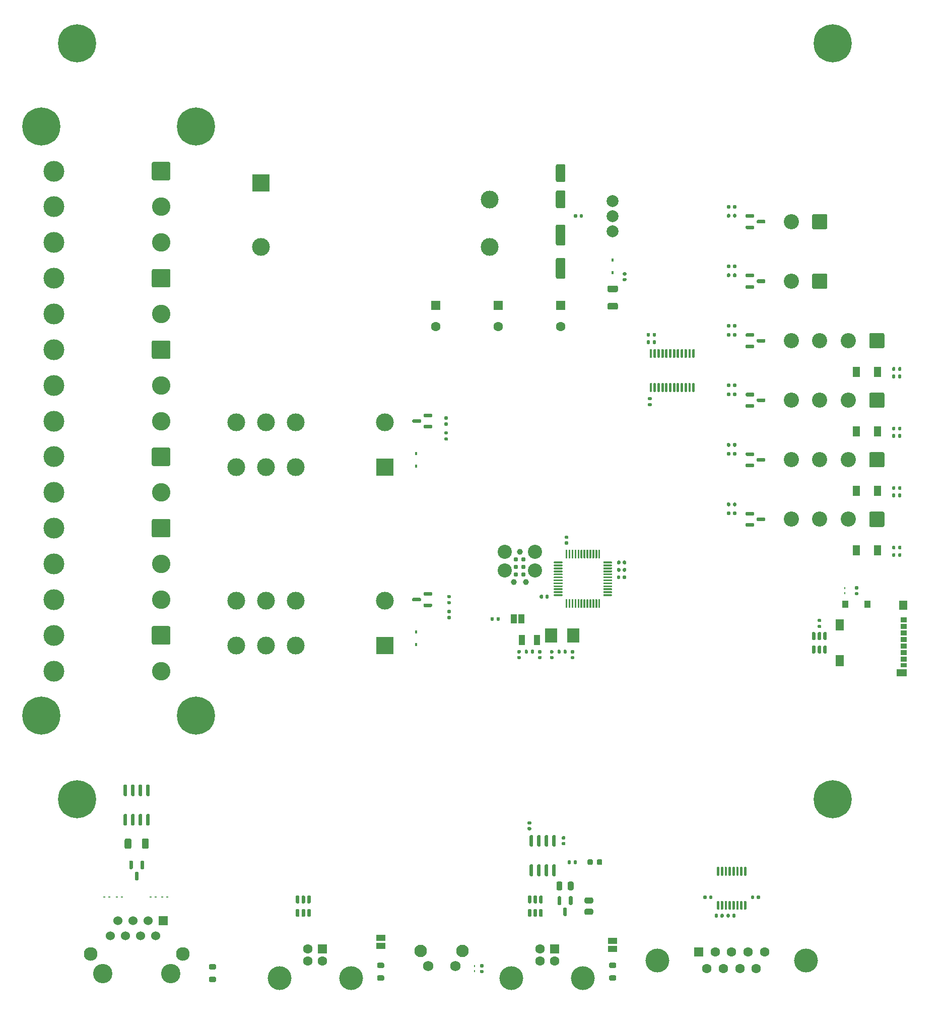
<source format=gbr>
G04 #@! TF.GenerationSoftware,KiCad,Pcbnew,6.0.5+dfsg-1~bpo11+1*
G04 #@! TF.CreationDate,2023-01-20T09:08:37+00:00*
G04 #@! TF.ProjectId,nascontrol,6e617363-6f6e-4747-926f-6c2e6b696361,0.1*
G04 #@! TF.SameCoordinates,Original*
G04 #@! TF.FileFunction,Soldermask,Top*
G04 #@! TF.FilePolarity,Negative*
%FSLAX46Y46*%
G04 Gerber Fmt 4.6, Leading zero omitted, Abs format (unit mm)*
G04 Created by KiCad (PCBNEW 6.0.5+dfsg-1~bpo11+1) date 2023-01-20 09:08:37*
%MOMM*%
%LPD*%
G01*
G04 APERTURE LIST*
%ADD10C,4.000000*%
%ADD11R,1.600000X1.600000*%
%ADD12C,1.600000*%
%ADD13C,3.500000*%
%ADD14C,3.100000*%
%ADD15R,1.300000X1.700000*%
%ADD16C,2.550000*%
%ADD17R,0.450000X0.600000*%
%ADD18C,2.000000*%
%ADD19R,0.250000X0.360000*%
%ADD20R,1.500000X1.000000*%
%ADD21C,6.400000*%
%ADD22C,3.000000*%
%ADD23R,3.000000X3.000000*%
%ADD24C,2.374900*%
%ADD25C,0.990600*%
%ADD26C,0.787400*%
%ADD27C,2.100000*%
%ADD28C,1.750000*%
%ADD29R,2.000000X2.400000*%
%ADD30R,1.100000X0.850000*%
%ADD31R,1.100000X0.750000*%
%ADD32R,1.000000X1.200000*%
%ADD33R,1.350000X1.900000*%
%ADD34R,1.350000X1.550000*%
%ADD35R,1.800000X1.170000*%
%ADD36R,1.000000X1.500000*%
%ADD37R,1.000000X1.800000*%
%ADD38R,0.360000X0.250000*%
%ADD39C,3.250000*%
%ADD40R,1.500000X1.500000*%
%ADD41C,1.524000*%
%ADD42C,2.300000*%
G04 APERTURE END LIST*
G36*
G01*
X140780000Y-88815000D02*
X140780000Y-89185000D01*
G75*
G02*
X140645000Y-89320000I-135000J0D01*
G01*
X140375000Y-89320000D01*
G75*
G02*
X140240000Y-89185000I0J135000D01*
G01*
X140240000Y-88815000D01*
G75*
G02*
X140375000Y-88680000I135000J0D01*
G01*
X140645000Y-88680000D01*
G75*
G02*
X140780000Y-88815000I0J-135000D01*
G01*
G37*
G36*
G01*
X139760000Y-88815000D02*
X139760000Y-89185000D01*
G75*
G02*
X139625000Y-89320000I-135000J0D01*
G01*
X139355000Y-89320000D01*
G75*
G02*
X139220000Y-89185000I0J135000D01*
G01*
X139220000Y-88815000D01*
G75*
G02*
X139355000Y-88680000I135000J0D01*
G01*
X139625000Y-88680000D01*
G75*
G02*
X139760000Y-88815000I0J-135000D01*
G01*
G37*
G36*
G01*
X142325000Y-109200000D02*
X142325000Y-108900000D01*
G75*
G02*
X142475000Y-108750000I150000J0D01*
G01*
X143650000Y-108750000D01*
G75*
G02*
X143800000Y-108900000I0J-150000D01*
G01*
X143800000Y-109200000D01*
G75*
G02*
X143650000Y-109350000I-150000J0D01*
G01*
X142475000Y-109350000D01*
G75*
G02*
X142325000Y-109200000I0J150000D01*
G01*
G37*
G36*
G01*
X142325000Y-111100000D02*
X142325000Y-110800000D01*
G75*
G02*
X142475000Y-110650000I150000J0D01*
G01*
X143650000Y-110650000D01*
G75*
G02*
X143800000Y-110800000I0J-150000D01*
G01*
X143800000Y-111100000D01*
G75*
G02*
X143650000Y-111250000I-150000J0D01*
G01*
X142475000Y-111250000D01*
G75*
G02*
X142325000Y-111100000I0J150000D01*
G01*
G37*
G36*
G01*
X144200000Y-110150000D02*
X144200000Y-109850000D01*
G75*
G02*
X144350000Y-109700000I150000J0D01*
G01*
X145525000Y-109700000D01*
G75*
G02*
X145675000Y-109850000I0J-150000D01*
G01*
X145675000Y-110150000D01*
G75*
G02*
X145525000Y-110300000I-150000J0D01*
G01*
X144350000Y-110300000D01*
G75*
G02*
X144200000Y-110150000I0J150000D01*
G01*
G37*
D10*
X127490000Y-184089669D03*
X152490000Y-184089669D03*
D11*
X134450000Y-182669669D03*
D12*
X137220000Y-182669669D03*
X139990000Y-182669669D03*
X142760000Y-182669669D03*
X145530000Y-182669669D03*
X135835000Y-185509669D03*
X138605000Y-185509669D03*
X141375000Y-185509669D03*
X144145000Y-185509669D03*
D13*
X26100000Y-93500000D03*
X26100000Y-87500000D03*
X26100000Y-81500000D03*
G36*
G01*
X42799999Y-79950000D02*
X45400001Y-79950000D01*
G75*
G02*
X45650000Y-80199999I0J-249999D01*
G01*
X45650000Y-82800001D01*
G75*
G02*
X45400001Y-83050000I-249999J0D01*
G01*
X42799999Y-83050000D01*
G75*
G02*
X42550000Y-82800001I0J249999D01*
G01*
X42550000Y-80199999D01*
G75*
G02*
X42799999Y-79950000I249999J0D01*
G01*
G37*
D14*
X44100000Y-87500000D03*
X44100000Y-93500000D03*
G36*
G01*
X92315000Y-125220000D02*
X92685000Y-125220000D01*
G75*
G02*
X92820000Y-125355000I0J-135000D01*
G01*
X92820000Y-125625000D01*
G75*
G02*
X92685000Y-125760000I-135000J0D01*
G01*
X92315000Y-125760000D01*
G75*
G02*
X92180000Y-125625000I0J135000D01*
G01*
X92180000Y-125355000D01*
G75*
G02*
X92315000Y-125220000I135000J0D01*
G01*
G37*
G36*
G01*
X92315000Y-126240000D02*
X92685000Y-126240000D01*
G75*
G02*
X92820000Y-126375000I0J-135000D01*
G01*
X92820000Y-126645000D01*
G75*
G02*
X92685000Y-126780000I-135000J0D01*
G01*
X92315000Y-126780000D01*
G75*
G02*
X92180000Y-126645000I0J135000D01*
G01*
X92180000Y-126375000D01*
G75*
G02*
X92315000Y-126240000I135000J0D01*
G01*
G37*
D15*
X164500000Y-115250000D03*
X161000000Y-115250000D03*
G36*
G01*
X140780000Y-108815000D02*
X140780000Y-109185000D01*
G75*
G02*
X140645000Y-109320000I-135000J0D01*
G01*
X140375000Y-109320000D01*
G75*
G02*
X140240000Y-109185000I0J135000D01*
G01*
X140240000Y-108815000D01*
G75*
G02*
X140375000Y-108680000I135000J0D01*
G01*
X140645000Y-108680000D01*
G75*
G02*
X140780000Y-108815000I0J-135000D01*
G01*
G37*
G36*
G01*
X139760000Y-108815000D02*
X139760000Y-109185000D01*
G75*
G02*
X139625000Y-109320000I-135000J0D01*
G01*
X139355000Y-109320000D01*
G75*
G02*
X139220000Y-109185000I0J135000D01*
G01*
X139220000Y-108815000D01*
G75*
G02*
X139355000Y-108680000I135000J0D01*
G01*
X139625000Y-108680000D01*
G75*
G02*
X139760000Y-108815000I0J-135000D01*
G01*
G37*
G36*
G01*
X142325000Y-69200000D02*
X142325000Y-68900000D01*
G75*
G02*
X142475000Y-68750000I150000J0D01*
G01*
X143650000Y-68750000D01*
G75*
G02*
X143800000Y-68900000I0J-150000D01*
G01*
X143800000Y-69200000D01*
G75*
G02*
X143650000Y-69350000I-150000J0D01*
G01*
X142475000Y-69350000D01*
G75*
G02*
X142325000Y-69200000I0J150000D01*
G01*
G37*
G36*
G01*
X142325000Y-71100000D02*
X142325000Y-70800000D01*
G75*
G02*
X142475000Y-70650000I150000J0D01*
G01*
X143650000Y-70650000D01*
G75*
G02*
X143800000Y-70800000I0J-150000D01*
G01*
X143800000Y-71100000D01*
G75*
G02*
X143650000Y-71250000I-150000J0D01*
G01*
X142475000Y-71250000D01*
G75*
G02*
X142325000Y-71100000I0J150000D01*
G01*
G37*
G36*
G01*
X144200000Y-70150000D02*
X144200000Y-69850000D01*
G75*
G02*
X144350000Y-69700000I150000J0D01*
G01*
X145525000Y-69700000D01*
G75*
G02*
X145675000Y-69850000I0J-150000D01*
G01*
X145675000Y-70150000D01*
G75*
G02*
X145525000Y-70300000I-150000J0D01*
G01*
X144350000Y-70300000D01*
G75*
G02*
X144200000Y-70150000I0J150000D01*
G01*
G37*
G36*
G01*
X165675000Y-98974999D02*
X165675000Y-101025001D01*
G75*
G02*
X165425001Y-101275000I-249999J0D01*
G01*
X163374999Y-101275000D01*
G75*
G02*
X163125000Y-101025001I0J249999D01*
G01*
X163125000Y-98974999D01*
G75*
G02*
X163374999Y-98725000I249999J0D01*
G01*
X165425001Y-98725000D01*
G75*
G02*
X165675000Y-98974999I0J-249999D01*
G01*
G37*
D16*
X159600000Y-100000000D03*
X154800000Y-100000000D03*
X150000000Y-100000000D03*
D15*
X164500000Y-105250000D03*
X161000000Y-105250000D03*
D17*
X120000000Y-68550000D03*
X120000000Y-66450000D03*
D18*
X120000000Y-56500000D03*
X120000000Y-59040000D03*
X120000000Y-61580000D03*
G36*
G01*
X165675000Y-108974999D02*
X165675000Y-111025001D01*
G75*
G02*
X165425001Y-111275000I-249999J0D01*
G01*
X163374999Y-111275000D01*
G75*
G02*
X163125000Y-111025001I0J249999D01*
G01*
X163125000Y-108974999D01*
G75*
G02*
X163374999Y-108725000I249999J0D01*
G01*
X165425001Y-108725000D01*
G75*
G02*
X165675000Y-108974999I0J-249999D01*
G01*
G37*
D16*
X159600000Y-110000000D03*
X154800000Y-110000000D03*
X150000000Y-110000000D03*
D19*
X159050000Y-121580000D03*
X159050000Y-122420000D03*
D20*
X120000000Y-182150000D03*
X120000000Y-180850000D03*
D13*
X26100000Y-51500000D03*
X26100000Y-63500000D03*
X26100000Y-57500000D03*
G36*
G01*
X42799999Y-49950000D02*
X45400001Y-49950000D01*
G75*
G02*
X45650000Y-50199999I0J-249999D01*
G01*
X45650000Y-52800001D01*
G75*
G02*
X45400001Y-53050000I-249999J0D01*
G01*
X42799999Y-53050000D01*
G75*
G02*
X42550000Y-52800001I0J249999D01*
G01*
X42550000Y-50199999D01*
G75*
G02*
X42799999Y-49950000I249999J0D01*
G01*
G37*
D14*
X44100000Y-57500000D03*
X44100000Y-63500000D03*
G36*
G01*
X113420000Y-133510000D02*
X113080000Y-133510000D01*
G75*
G02*
X112940000Y-133370000I0J140000D01*
G01*
X112940000Y-133090000D01*
G75*
G02*
X113080000Y-132950000I140000J0D01*
G01*
X113420000Y-132950000D01*
G75*
G02*
X113560000Y-133090000I0J-140000D01*
G01*
X113560000Y-133370000D01*
G75*
G02*
X113420000Y-133510000I-140000J0D01*
G01*
G37*
G36*
G01*
X113420000Y-132550000D02*
X113080000Y-132550000D01*
G75*
G02*
X112940000Y-132410000I0J140000D01*
G01*
X112940000Y-132130000D01*
G75*
G02*
X113080000Y-131990000I140000J0D01*
G01*
X113420000Y-131990000D01*
G75*
G02*
X113560000Y-132130000I0J-140000D01*
G01*
X113560000Y-132410000D01*
G75*
G02*
X113420000Y-132550000I-140000J0D01*
G01*
G37*
G36*
G01*
X168530000Y-84565000D02*
X168530000Y-84935000D01*
G75*
G02*
X168395000Y-85070000I-135000J0D01*
G01*
X168125000Y-85070000D01*
G75*
G02*
X167990000Y-84935000I0J135000D01*
G01*
X167990000Y-84565000D01*
G75*
G02*
X168125000Y-84430000I135000J0D01*
G01*
X168395000Y-84430000D01*
G75*
G02*
X168530000Y-84565000I0J-135000D01*
G01*
G37*
G36*
G01*
X167510000Y-84565000D02*
X167510000Y-84935000D01*
G75*
G02*
X167375000Y-85070000I-135000J0D01*
G01*
X167105000Y-85070000D01*
G75*
G02*
X166970000Y-84935000I0J135000D01*
G01*
X166970000Y-84565000D01*
G75*
G02*
X167105000Y-84430000I135000J0D01*
G01*
X167375000Y-84430000D01*
G75*
G02*
X167510000Y-84565000I0J-135000D01*
G01*
G37*
G36*
G01*
X111800000Y-57740000D02*
X110700000Y-57740000D01*
G75*
G02*
X110450000Y-57490000I0J250000D01*
G01*
X110450000Y-54990000D01*
G75*
G02*
X110700000Y-54740000I250000J0D01*
G01*
X111800000Y-54740000D01*
G75*
G02*
X112050000Y-54990000I0J-250000D01*
G01*
X112050000Y-57490000D01*
G75*
G02*
X111800000Y-57740000I-250000J0D01*
G01*
G37*
G36*
G01*
X111800000Y-53340000D02*
X110700000Y-53340000D01*
G75*
G02*
X110450000Y-53090000I0J250000D01*
G01*
X110450000Y-50590000D01*
G75*
G02*
X110700000Y-50340000I250000J0D01*
G01*
X111800000Y-50340000D01*
G75*
G02*
X112050000Y-50590000I0J-250000D01*
G01*
X112050000Y-53090000D01*
G75*
G02*
X111800000Y-53340000I-250000J0D01*
G01*
G37*
D19*
X96750000Y-185920000D03*
X96750000Y-185080000D03*
G36*
G01*
X142325000Y-79200000D02*
X142325000Y-78900000D01*
G75*
G02*
X142475000Y-78750000I150000J0D01*
G01*
X143650000Y-78750000D01*
G75*
G02*
X143800000Y-78900000I0J-150000D01*
G01*
X143800000Y-79200000D01*
G75*
G02*
X143650000Y-79350000I-150000J0D01*
G01*
X142475000Y-79350000D01*
G75*
G02*
X142325000Y-79200000I0J150000D01*
G01*
G37*
G36*
G01*
X142325000Y-81100000D02*
X142325000Y-80800000D01*
G75*
G02*
X142475000Y-80650000I150000J0D01*
G01*
X143650000Y-80650000D01*
G75*
G02*
X143800000Y-80800000I0J-150000D01*
G01*
X143800000Y-81100000D01*
G75*
G02*
X143650000Y-81250000I-150000J0D01*
G01*
X142475000Y-81250000D01*
G75*
G02*
X142325000Y-81100000I0J150000D01*
G01*
G37*
G36*
G01*
X144200000Y-80150000D02*
X144200000Y-79850000D01*
G75*
G02*
X144350000Y-79700000I150000J0D01*
G01*
X145525000Y-79700000D01*
G75*
G02*
X145675000Y-79850000I0J-150000D01*
G01*
X145675000Y-80150000D01*
G75*
G02*
X145525000Y-80300000I-150000J0D01*
G01*
X144350000Y-80300000D01*
G75*
G02*
X144200000Y-80150000I0J150000D01*
G01*
G37*
G36*
G01*
X144760000Y-173330000D02*
X144760000Y-173670000D01*
G75*
G02*
X144620000Y-173810000I-140000J0D01*
G01*
X144340000Y-173810000D01*
G75*
G02*
X144200000Y-173670000I0J140000D01*
G01*
X144200000Y-173330000D01*
G75*
G02*
X144340000Y-173190000I140000J0D01*
G01*
X144620000Y-173190000D01*
G75*
G02*
X144760000Y-173330000I0J-140000D01*
G01*
G37*
G36*
G01*
X143800000Y-173330000D02*
X143800000Y-173670000D01*
G75*
G02*
X143660000Y-173810000I-140000J0D01*
G01*
X143380000Y-173810000D01*
G75*
G02*
X143240000Y-173670000I0J140000D01*
G01*
X143240000Y-173330000D01*
G75*
G02*
X143380000Y-173190000I140000J0D01*
G01*
X143660000Y-173190000D01*
G75*
G02*
X143800000Y-173330000I0J-140000D01*
G01*
G37*
G36*
G01*
X142325000Y-99200000D02*
X142325000Y-98900000D01*
G75*
G02*
X142475000Y-98750000I150000J0D01*
G01*
X143650000Y-98750000D01*
G75*
G02*
X143800000Y-98900000I0J-150000D01*
G01*
X143800000Y-99200000D01*
G75*
G02*
X143650000Y-99350000I-150000J0D01*
G01*
X142475000Y-99350000D01*
G75*
G02*
X142325000Y-99200000I0J150000D01*
G01*
G37*
G36*
G01*
X142325000Y-101100000D02*
X142325000Y-100800000D01*
G75*
G02*
X142475000Y-100650000I150000J0D01*
G01*
X143650000Y-100650000D01*
G75*
G02*
X143800000Y-100800000I0J-150000D01*
G01*
X143800000Y-101100000D01*
G75*
G02*
X143650000Y-101250000I-150000J0D01*
G01*
X142475000Y-101250000D01*
G75*
G02*
X142325000Y-101100000I0J150000D01*
G01*
G37*
G36*
G01*
X144200000Y-100150000D02*
X144200000Y-99850000D01*
G75*
G02*
X144350000Y-99700000I150000J0D01*
G01*
X145525000Y-99700000D01*
G75*
G02*
X145675000Y-99850000I0J-150000D01*
G01*
X145675000Y-100150000D01*
G75*
G02*
X145525000Y-100300000I-150000J0D01*
G01*
X144350000Y-100300000D01*
G75*
G02*
X144200000Y-100150000I0J150000D01*
G01*
G37*
G36*
G01*
X166960000Y-106185000D02*
X166960000Y-105815000D01*
G75*
G02*
X167095000Y-105680000I135000J0D01*
G01*
X167365000Y-105680000D01*
G75*
G02*
X167500000Y-105815000I0J-135000D01*
G01*
X167500000Y-106185000D01*
G75*
G02*
X167365000Y-106320000I-135000J0D01*
G01*
X167095000Y-106320000D01*
G75*
G02*
X166960000Y-106185000I0J135000D01*
G01*
G37*
G36*
G01*
X167980000Y-106185000D02*
X167980000Y-105815000D01*
G75*
G02*
X168115000Y-105680000I135000J0D01*
G01*
X168385000Y-105680000D01*
G75*
G02*
X168520000Y-105815000I0J-135000D01*
G01*
X168520000Y-106185000D01*
G75*
G02*
X168385000Y-106320000I-135000J0D01*
G01*
X168115000Y-106320000D01*
G75*
G02*
X167980000Y-106185000I0J135000D01*
G01*
G37*
G36*
G01*
X120720000Y-119920000D02*
X120720000Y-119580000D01*
G75*
G02*
X120860000Y-119440000I140000J0D01*
G01*
X121140000Y-119440000D01*
G75*
G02*
X121280000Y-119580000I0J-140000D01*
G01*
X121280000Y-119920000D01*
G75*
G02*
X121140000Y-120060000I-140000J0D01*
G01*
X120860000Y-120060000D01*
G75*
G02*
X120720000Y-119920000I0J140000D01*
G01*
G37*
G36*
G01*
X121680000Y-119920000D02*
X121680000Y-119580000D01*
G75*
G02*
X121820000Y-119440000I140000J0D01*
G01*
X122100000Y-119440000D01*
G75*
G02*
X122240000Y-119580000I0J-140000D01*
G01*
X122240000Y-119920000D01*
G75*
G02*
X122100000Y-120060000I-140000J0D01*
G01*
X121820000Y-120060000D01*
G75*
G02*
X121680000Y-119920000I0J140000D01*
G01*
G37*
D11*
X111250000Y-74097349D03*
D12*
X111250000Y-77597349D03*
D21*
X50000000Y-44000000D03*
X30000000Y-30000000D03*
G36*
G01*
X113490000Y-59210000D02*
X113490000Y-58870000D01*
G75*
G02*
X113630000Y-58730000I140000J0D01*
G01*
X113910000Y-58730000D01*
G75*
G02*
X114050000Y-58870000I0J-140000D01*
G01*
X114050000Y-59210000D01*
G75*
G02*
X113910000Y-59350000I-140000J0D01*
G01*
X113630000Y-59350000D01*
G75*
G02*
X113490000Y-59210000I0J140000D01*
G01*
G37*
G36*
G01*
X114450000Y-59210000D02*
X114450000Y-58870000D01*
G75*
G02*
X114590000Y-58730000I140000J0D01*
G01*
X114870000Y-58730000D01*
G75*
G02*
X115010000Y-58870000I0J-140000D01*
G01*
X115010000Y-59210000D01*
G75*
G02*
X114870000Y-59350000I-140000J0D01*
G01*
X114590000Y-59350000D01*
G75*
G02*
X114450000Y-59210000I0J140000D01*
G01*
G37*
G36*
G01*
X140780000Y-68815000D02*
X140780000Y-69185000D01*
G75*
G02*
X140645000Y-69320000I-135000J0D01*
G01*
X140375000Y-69320000D01*
G75*
G02*
X140240000Y-69185000I0J135000D01*
G01*
X140240000Y-68815000D01*
G75*
G02*
X140375000Y-68680000I135000J0D01*
G01*
X140645000Y-68680000D01*
G75*
G02*
X140780000Y-68815000I0J-135000D01*
G01*
G37*
G36*
G01*
X139760000Y-68815000D02*
X139760000Y-69185000D01*
G75*
G02*
X139625000Y-69320000I-135000J0D01*
G01*
X139355000Y-69320000D01*
G75*
G02*
X139220000Y-69185000I0J135000D01*
G01*
X139220000Y-68815000D01*
G75*
G02*
X139355000Y-68680000I135000J0D01*
G01*
X139625000Y-68680000D01*
G75*
G02*
X139760000Y-68815000I0J-135000D01*
G01*
G37*
G36*
G01*
X166970000Y-96185000D02*
X166970000Y-95815000D01*
G75*
G02*
X167105000Y-95680000I135000J0D01*
G01*
X167375000Y-95680000D01*
G75*
G02*
X167510000Y-95815000I0J-135000D01*
G01*
X167510000Y-96185000D01*
G75*
G02*
X167375000Y-96320000I-135000J0D01*
G01*
X167105000Y-96320000D01*
G75*
G02*
X166970000Y-96185000I0J135000D01*
G01*
G37*
G36*
G01*
X167990000Y-96185000D02*
X167990000Y-95815000D01*
G75*
G02*
X168125000Y-95680000I135000J0D01*
G01*
X168395000Y-95680000D01*
G75*
G02*
X168530000Y-95815000I0J-135000D01*
G01*
X168530000Y-96185000D01*
G75*
G02*
X168395000Y-96320000I-135000J0D01*
G01*
X168125000Y-96320000D01*
G75*
G02*
X167990000Y-96185000I0J135000D01*
G01*
G37*
G36*
G01*
X104420000Y-133510000D02*
X104080000Y-133510000D01*
G75*
G02*
X103940000Y-133370000I0J140000D01*
G01*
X103940000Y-133090000D01*
G75*
G02*
X104080000Y-132950000I140000J0D01*
G01*
X104420000Y-132950000D01*
G75*
G02*
X104560000Y-133090000I0J-140000D01*
G01*
X104560000Y-133370000D01*
G75*
G02*
X104420000Y-133510000I-140000J0D01*
G01*
G37*
G36*
G01*
X104420000Y-132550000D02*
X104080000Y-132550000D01*
G75*
G02*
X103940000Y-132410000I0J140000D01*
G01*
X103940000Y-132130000D01*
G75*
G02*
X104080000Y-131990000I140000J0D01*
G01*
X104420000Y-131990000D01*
G75*
G02*
X104560000Y-132130000I0J-140000D01*
G01*
X104560000Y-132410000D01*
G75*
G02*
X104420000Y-132550000I-140000J0D01*
G01*
G37*
D22*
X61707500Y-101207500D03*
X66707500Y-101207500D03*
X56707500Y-101207500D03*
X61707500Y-93707500D03*
X66707500Y-93707500D03*
X56707500Y-93707500D03*
D23*
X81707500Y-101207500D03*
D22*
X81707500Y-93707500D03*
G36*
G01*
X142325000Y-59200000D02*
X142325000Y-58900000D01*
G75*
G02*
X142475000Y-58750000I150000J0D01*
G01*
X143650000Y-58750000D01*
G75*
G02*
X143800000Y-58900000I0J-150000D01*
G01*
X143800000Y-59200000D01*
G75*
G02*
X143650000Y-59350000I-150000J0D01*
G01*
X142475000Y-59350000D01*
G75*
G02*
X142325000Y-59200000I0J150000D01*
G01*
G37*
G36*
G01*
X142325000Y-61100000D02*
X142325000Y-60800000D01*
G75*
G02*
X142475000Y-60650000I150000J0D01*
G01*
X143650000Y-60650000D01*
G75*
G02*
X143800000Y-60800000I0J-150000D01*
G01*
X143800000Y-61100000D01*
G75*
G02*
X143650000Y-61250000I-150000J0D01*
G01*
X142475000Y-61250000D01*
G75*
G02*
X142325000Y-61100000I0J150000D01*
G01*
G37*
G36*
G01*
X144200000Y-60150000D02*
X144200000Y-59850000D01*
G75*
G02*
X144350000Y-59700000I150000J0D01*
G01*
X145525000Y-59700000D01*
G75*
G02*
X145675000Y-59850000I0J-150000D01*
G01*
X145675000Y-60150000D01*
G75*
G02*
X145525000Y-60300000I-150000J0D01*
G01*
X144350000Y-60300000D01*
G75*
G02*
X144200000Y-60150000I0J150000D01*
G01*
G37*
G36*
G01*
X165675000Y-78974999D02*
X165675000Y-81025001D01*
G75*
G02*
X165425001Y-81275000I-249999J0D01*
G01*
X163374999Y-81275000D01*
G75*
G02*
X163125000Y-81025001I0J249999D01*
G01*
X163125000Y-78974999D01*
G75*
G02*
X163374999Y-78725000I249999J0D01*
G01*
X165425001Y-78725000D01*
G75*
G02*
X165675000Y-78974999I0J-249999D01*
G01*
G37*
D16*
X159600000Y-80000000D03*
X154800000Y-80000000D03*
X150000000Y-80000000D03*
D24*
X101845000Y-118635000D03*
X106925000Y-118635000D03*
X106925000Y-115460000D03*
D25*
X105401000Y-120540000D03*
X103369000Y-120540000D03*
D24*
X101845000Y-115460000D03*
D25*
X104385000Y-115460000D03*
D26*
X103750000Y-116730000D03*
X105020000Y-116730000D03*
X103750000Y-118000000D03*
X105020000Y-118000000D03*
X103750000Y-119270000D03*
X105020000Y-119270000D03*
D27*
X87765000Y-182547500D03*
X94775000Y-182547500D03*
D28*
X93525000Y-185037500D03*
X89025000Y-185037500D03*
G36*
G01*
X116475000Y-176450000D02*
X115525000Y-176450000D01*
G75*
G02*
X115275000Y-176200000I0J250000D01*
G01*
X115275000Y-175700000D01*
G75*
G02*
X115525000Y-175450000I250000J0D01*
G01*
X116475000Y-175450000D01*
G75*
G02*
X116725000Y-175700000I0J-250000D01*
G01*
X116725000Y-176200000D01*
G75*
G02*
X116475000Y-176450000I-250000J0D01*
G01*
G37*
G36*
G01*
X116475000Y-174550000D02*
X115525000Y-174550000D01*
G75*
G02*
X115275000Y-174300000I0J250000D01*
G01*
X115275000Y-173800000D01*
G75*
G02*
X115525000Y-173550000I250000J0D01*
G01*
X116475000Y-173550000D01*
G75*
G02*
X116725000Y-173800000I0J-250000D01*
G01*
X116725000Y-174300000D01*
G75*
G02*
X116475000Y-174550000I-250000J0D01*
G01*
G37*
G36*
G01*
X101030000Y-126565000D02*
X101030000Y-126935000D01*
G75*
G02*
X100895000Y-127070000I-135000J0D01*
G01*
X100625000Y-127070000D01*
G75*
G02*
X100490000Y-126935000I0J135000D01*
G01*
X100490000Y-126565000D01*
G75*
G02*
X100625000Y-126430000I135000J0D01*
G01*
X100895000Y-126430000D01*
G75*
G02*
X101030000Y-126565000I0J-135000D01*
G01*
G37*
G36*
G01*
X100010000Y-126565000D02*
X100010000Y-126935000D01*
G75*
G02*
X99875000Y-127070000I-135000J0D01*
G01*
X99605000Y-127070000D01*
G75*
G02*
X99470000Y-126935000I0J135000D01*
G01*
X99470000Y-126565000D01*
G75*
G02*
X99605000Y-126430000I135000J0D01*
G01*
X99875000Y-126430000D01*
G75*
G02*
X100010000Y-126565000I0J-135000D01*
G01*
G37*
D29*
X113350000Y-129500000D03*
X109650000Y-129500000D03*
G36*
G01*
X112420000Y-167785000D02*
X112420000Y-167415000D01*
G75*
G02*
X112555000Y-167280000I135000J0D01*
G01*
X112825000Y-167280000D01*
G75*
G02*
X112960000Y-167415000I0J-135000D01*
G01*
X112960000Y-167785000D01*
G75*
G02*
X112825000Y-167920000I-135000J0D01*
G01*
X112555000Y-167920000D01*
G75*
G02*
X112420000Y-167785000I0J135000D01*
G01*
G37*
G36*
G01*
X113440000Y-167785000D02*
X113440000Y-167415000D01*
G75*
G02*
X113575000Y-167280000I135000J0D01*
G01*
X113845000Y-167280000D01*
G75*
G02*
X113980000Y-167415000I0J-135000D01*
G01*
X113980000Y-167785000D01*
G75*
G02*
X113845000Y-167920000I-135000J0D01*
G01*
X113575000Y-167920000D01*
G75*
G02*
X113440000Y-167785000I0J135000D01*
G01*
G37*
G36*
G01*
X120740000Y-118670000D02*
X120740000Y-118330000D01*
G75*
G02*
X120880000Y-118190000I140000J0D01*
G01*
X121160000Y-118190000D01*
G75*
G02*
X121300000Y-118330000I0J-140000D01*
G01*
X121300000Y-118670000D01*
G75*
G02*
X121160000Y-118810000I-140000J0D01*
G01*
X120880000Y-118810000D01*
G75*
G02*
X120740000Y-118670000I0J140000D01*
G01*
G37*
G36*
G01*
X121700000Y-118670000D02*
X121700000Y-118330000D01*
G75*
G02*
X121840000Y-118190000I140000J0D01*
G01*
X122120000Y-118190000D01*
G75*
G02*
X122260000Y-118330000I0J-140000D01*
G01*
X122260000Y-118670000D01*
G75*
G02*
X122120000Y-118810000I-140000J0D01*
G01*
X121840000Y-118810000D01*
G75*
G02*
X121700000Y-118670000I0J140000D01*
G01*
G37*
G36*
G01*
X168530000Y-104565000D02*
X168530000Y-104935000D01*
G75*
G02*
X168395000Y-105070000I-135000J0D01*
G01*
X168125000Y-105070000D01*
G75*
G02*
X167990000Y-104935000I0J135000D01*
G01*
X167990000Y-104565000D01*
G75*
G02*
X168125000Y-104430000I135000J0D01*
G01*
X168395000Y-104430000D01*
G75*
G02*
X168530000Y-104565000I0J-135000D01*
G01*
G37*
G36*
G01*
X167510000Y-104565000D02*
X167510000Y-104935000D01*
G75*
G02*
X167375000Y-105070000I-135000J0D01*
G01*
X167105000Y-105070000D01*
G75*
G02*
X166970000Y-104935000I0J135000D01*
G01*
X166970000Y-104565000D01*
G75*
G02*
X167105000Y-104430000I135000J0D01*
G01*
X167375000Y-104430000D01*
G75*
G02*
X167510000Y-104565000I0J-135000D01*
G01*
G37*
G36*
G01*
X106495000Y-169950000D02*
X106195000Y-169950000D01*
G75*
G02*
X106045000Y-169800000I0J150000D01*
G01*
X106045000Y-168150000D01*
G75*
G02*
X106195000Y-168000000I150000J0D01*
G01*
X106495000Y-168000000D01*
G75*
G02*
X106645000Y-168150000I0J-150000D01*
G01*
X106645000Y-169800000D01*
G75*
G02*
X106495000Y-169950000I-150000J0D01*
G01*
G37*
G36*
G01*
X107765000Y-169950000D02*
X107465000Y-169950000D01*
G75*
G02*
X107315000Y-169800000I0J150000D01*
G01*
X107315000Y-168150000D01*
G75*
G02*
X107465000Y-168000000I150000J0D01*
G01*
X107765000Y-168000000D01*
G75*
G02*
X107915000Y-168150000I0J-150000D01*
G01*
X107915000Y-169800000D01*
G75*
G02*
X107765000Y-169950000I-150000J0D01*
G01*
G37*
G36*
G01*
X109035000Y-169950000D02*
X108735000Y-169950000D01*
G75*
G02*
X108585000Y-169800000I0J150000D01*
G01*
X108585000Y-168150000D01*
G75*
G02*
X108735000Y-168000000I150000J0D01*
G01*
X109035000Y-168000000D01*
G75*
G02*
X109185000Y-168150000I0J-150000D01*
G01*
X109185000Y-169800000D01*
G75*
G02*
X109035000Y-169950000I-150000J0D01*
G01*
G37*
G36*
G01*
X110305000Y-169950000D02*
X110005000Y-169950000D01*
G75*
G02*
X109855000Y-169800000I0J150000D01*
G01*
X109855000Y-168150000D01*
G75*
G02*
X110005000Y-168000000I150000J0D01*
G01*
X110305000Y-168000000D01*
G75*
G02*
X110455000Y-168150000I0J-150000D01*
G01*
X110455000Y-169800000D01*
G75*
G02*
X110305000Y-169950000I-150000J0D01*
G01*
G37*
G36*
G01*
X110305000Y-165000000D02*
X110005000Y-165000000D01*
G75*
G02*
X109855000Y-164850000I0J150000D01*
G01*
X109855000Y-163200000D01*
G75*
G02*
X110005000Y-163050000I150000J0D01*
G01*
X110305000Y-163050000D01*
G75*
G02*
X110455000Y-163200000I0J-150000D01*
G01*
X110455000Y-164850000D01*
G75*
G02*
X110305000Y-165000000I-150000J0D01*
G01*
G37*
G36*
G01*
X109035000Y-165000000D02*
X108735000Y-165000000D01*
G75*
G02*
X108585000Y-164850000I0J150000D01*
G01*
X108585000Y-163200000D01*
G75*
G02*
X108735000Y-163050000I150000J0D01*
G01*
X109035000Y-163050000D01*
G75*
G02*
X109185000Y-163200000I0J-150000D01*
G01*
X109185000Y-164850000D01*
G75*
G02*
X109035000Y-165000000I-150000J0D01*
G01*
G37*
G36*
G01*
X107765000Y-165000000D02*
X107465000Y-165000000D01*
G75*
G02*
X107315000Y-164850000I0J150000D01*
G01*
X107315000Y-163200000D01*
G75*
G02*
X107465000Y-163050000I150000J0D01*
G01*
X107765000Y-163050000D01*
G75*
G02*
X107915000Y-163200000I0J-150000D01*
G01*
X107915000Y-164850000D01*
G75*
G02*
X107765000Y-165000000I-150000J0D01*
G01*
G37*
G36*
G01*
X106495000Y-165000000D02*
X106195000Y-165000000D01*
G75*
G02*
X106045000Y-164850000I0J150000D01*
G01*
X106045000Y-163200000D01*
G75*
G02*
X106195000Y-163050000I150000J0D01*
G01*
X106495000Y-163050000D01*
G75*
G02*
X106645000Y-163200000I0J-150000D01*
G01*
X106645000Y-164850000D01*
G75*
G02*
X106495000Y-165000000I-150000J0D01*
G01*
G37*
D13*
X26100000Y-99500000D03*
X26100000Y-105500000D03*
G36*
G01*
X42799999Y-97950000D02*
X45400001Y-97950000D01*
G75*
G02*
X45650000Y-98199999I0J-249999D01*
G01*
X45650000Y-100800001D01*
G75*
G02*
X45400001Y-101050000I-249999J0D01*
G01*
X42799999Y-101050000D01*
G75*
G02*
X42550000Y-100800001I0J249999D01*
G01*
X42550000Y-98199999D01*
G75*
G02*
X42799999Y-97950000I249999J0D01*
G01*
G37*
D14*
X44100000Y-105500000D03*
D15*
X164500000Y-85250000D03*
X161000000Y-85250000D03*
G36*
G01*
X140780000Y-57315000D02*
X140780000Y-57685000D01*
G75*
G02*
X140645000Y-57820000I-135000J0D01*
G01*
X140375000Y-57820000D01*
G75*
G02*
X140240000Y-57685000I0J135000D01*
G01*
X140240000Y-57315000D01*
G75*
G02*
X140375000Y-57180000I135000J0D01*
G01*
X140645000Y-57180000D01*
G75*
G02*
X140780000Y-57315000I0J-135000D01*
G01*
G37*
G36*
G01*
X139760000Y-57315000D02*
X139760000Y-57685000D01*
G75*
G02*
X139625000Y-57820000I-135000J0D01*
G01*
X139355000Y-57820000D01*
G75*
G02*
X139220000Y-57685000I0J135000D01*
G01*
X139220000Y-57315000D01*
G75*
G02*
X139355000Y-57180000I135000J0D01*
G01*
X139625000Y-57180000D01*
G75*
G02*
X139760000Y-57315000I0J-135000D01*
G01*
G37*
G36*
G01*
X41755000Y-154550000D02*
X42055000Y-154550000D01*
G75*
G02*
X42205000Y-154700000I0J-150000D01*
G01*
X42205000Y-156350000D01*
G75*
G02*
X42055000Y-156500000I-150000J0D01*
G01*
X41755000Y-156500000D01*
G75*
G02*
X41605000Y-156350000I0J150000D01*
G01*
X41605000Y-154700000D01*
G75*
G02*
X41755000Y-154550000I150000J0D01*
G01*
G37*
G36*
G01*
X40485000Y-154550000D02*
X40785000Y-154550000D01*
G75*
G02*
X40935000Y-154700000I0J-150000D01*
G01*
X40935000Y-156350000D01*
G75*
G02*
X40785000Y-156500000I-150000J0D01*
G01*
X40485000Y-156500000D01*
G75*
G02*
X40335000Y-156350000I0J150000D01*
G01*
X40335000Y-154700000D01*
G75*
G02*
X40485000Y-154550000I150000J0D01*
G01*
G37*
G36*
G01*
X39215000Y-154550000D02*
X39515000Y-154550000D01*
G75*
G02*
X39665000Y-154700000I0J-150000D01*
G01*
X39665000Y-156350000D01*
G75*
G02*
X39515000Y-156500000I-150000J0D01*
G01*
X39215000Y-156500000D01*
G75*
G02*
X39065000Y-156350000I0J150000D01*
G01*
X39065000Y-154700000D01*
G75*
G02*
X39215000Y-154550000I150000J0D01*
G01*
G37*
G36*
G01*
X37945000Y-154550000D02*
X38245000Y-154550000D01*
G75*
G02*
X38395000Y-154700000I0J-150000D01*
G01*
X38395000Y-156350000D01*
G75*
G02*
X38245000Y-156500000I-150000J0D01*
G01*
X37945000Y-156500000D01*
G75*
G02*
X37795000Y-156350000I0J150000D01*
G01*
X37795000Y-154700000D01*
G75*
G02*
X37945000Y-154550000I150000J0D01*
G01*
G37*
G36*
G01*
X37945000Y-159500000D02*
X38245000Y-159500000D01*
G75*
G02*
X38395000Y-159650000I0J-150000D01*
G01*
X38395000Y-161300000D01*
G75*
G02*
X38245000Y-161450000I-150000J0D01*
G01*
X37945000Y-161450000D01*
G75*
G02*
X37795000Y-161300000I0J150000D01*
G01*
X37795000Y-159650000D01*
G75*
G02*
X37945000Y-159500000I150000J0D01*
G01*
G37*
G36*
G01*
X39215000Y-159500000D02*
X39515000Y-159500000D01*
G75*
G02*
X39665000Y-159650000I0J-150000D01*
G01*
X39665000Y-161300000D01*
G75*
G02*
X39515000Y-161450000I-150000J0D01*
G01*
X39215000Y-161450000D01*
G75*
G02*
X39065000Y-161300000I0J150000D01*
G01*
X39065000Y-159650000D01*
G75*
G02*
X39215000Y-159500000I150000J0D01*
G01*
G37*
G36*
G01*
X40485000Y-159500000D02*
X40785000Y-159500000D01*
G75*
G02*
X40935000Y-159650000I0J-150000D01*
G01*
X40935000Y-161300000D01*
G75*
G02*
X40785000Y-161450000I-150000J0D01*
G01*
X40485000Y-161450000D01*
G75*
G02*
X40335000Y-161300000I0J150000D01*
G01*
X40335000Y-159650000D01*
G75*
G02*
X40485000Y-159500000I150000J0D01*
G01*
G37*
G36*
G01*
X41755000Y-159500000D02*
X42055000Y-159500000D01*
G75*
G02*
X42205000Y-159650000I0J-150000D01*
G01*
X42205000Y-161300000D01*
G75*
G02*
X42055000Y-161450000I-150000J0D01*
G01*
X41755000Y-161450000D01*
G75*
G02*
X41605000Y-161300000I0J150000D01*
G01*
X41605000Y-159650000D01*
G75*
G02*
X41755000Y-159500000I150000J0D01*
G01*
G37*
G36*
G01*
X140780000Y-97315000D02*
X140780000Y-97685000D01*
G75*
G02*
X140645000Y-97820000I-135000J0D01*
G01*
X140375000Y-97820000D01*
G75*
G02*
X140240000Y-97685000I0J135000D01*
G01*
X140240000Y-97315000D01*
G75*
G02*
X140375000Y-97180000I135000J0D01*
G01*
X140645000Y-97180000D01*
G75*
G02*
X140780000Y-97315000I0J-135000D01*
G01*
G37*
G36*
G01*
X139760000Y-97315000D02*
X139760000Y-97685000D01*
G75*
G02*
X139625000Y-97820000I-135000J0D01*
G01*
X139355000Y-97820000D01*
G75*
G02*
X139220000Y-97685000I0J135000D01*
G01*
X139220000Y-97315000D01*
G75*
G02*
X139355000Y-97180000I135000J0D01*
G01*
X139625000Y-97180000D01*
G75*
G02*
X139760000Y-97315000I0J-135000D01*
G01*
G37*
D13*
X26100000Y-117500000D03*
X26100000Y-123500000D03*
X26100000Y-111500000D03*
G36*
G01*
X42799999Y-109950000D02*
X45400001Y-109950000D01*
G75*
G02*
X45650000Y-110199999I0J-249999D01*
G01*
X45650000Y-112800001D01*
G75*
G02*
X45400001Y-113050000I-249999J0D01*
G01*
X42799999Y-113050000D01*
G75*
G02*
X42550000Y-112800001I0J249999D01*
G01*
X42550000Y-110199999D01*
G75*
G02*
X42799999Y-109950000I249999J0D01*
G01*
G37*
D14*
X44100000Y-117500000D03*
X44100000Y-123500000D03*
G36*
G01*
X156075000Y-58974999D02*
X156075000Y-61025001D01*
G75*
G02*
X155825001Y-61275000I-249999J0D01*
G01*
X153774999Y-61275000D01*
G75*
G02*
X153525000Y-61025001I0J249999D01*
G01*
X153525000Y-58974999D01*
G75*
G02*
X153774999Y-58725000I249999J0D01*
G01*
X155825001Y-58725000D01*
G75*
G02*
X156075000Y-58974999I0J-249999D01*
G01*
G37*
D16*
X150000000Y-60000000D03*
G36*
G01*
X165675000Y-88974999D02*
X165675000Y-91025001D01*
G75*
G02*
X165425001Y-91275000I-249999J0D01*
G01*
X163374999Y-91275000D01*
G75*
G02*
X163125000Y-91025001I0J249999D01*
G01*
X163125000Y-88974999D01*
G75*
G02*
X163374999Y-88725000I249999J0D01*
G01*
X165425001Y-88725000D01*
G75*
G02*
X165675000Y-88974999I0J-249999D01*
G01*
G37*
X159600000Y-90000000D03*
X154800000Y-90000000D03*
X150000000Y-90000000D03*
D11*
X100750000Y-74097349D03*
D12*
X100750000Y-77597349D03*
D11*
X71250000Y-182212500D03*
D12*
X68750000Y-182212500D03*
X68750000Y-184212500D03*
X71250000Y-184212500D03*
D10*
X76000000Y-187072500D03*
X64000000Y-187072500D03*
G36*
G01*
X168530000Y-114565000D02*
X168530000Y-114935000D01*
G75*
G02*
X168395000Y-115070000I-135000J0D01*
G01*
X168125000Y-115070000D01*
G75*
G02*
X167990000Y-114935000I0J135000D01*
G01*
X167990000Y-114565000D01*
G75*
G02*
X168125000Y-114430000I135000J0D01*
G01*
X168395000Y-114430000D01*
G75*
G02*
X168530000Y-114565000I0J-135000D01*
G01*
G37*
G36*
G01*
X167510000Y-114565000D02*
X167510000Y-114935000D01*
G75*
G02*
X167375000Y-115070000I-135000J0D01*
G01*
X167105000Y-115070000D01*
G75*
G02*
X166970000Y-114935000I0J135000D01*
G01*
X166970000Y-114565000D01*
G75*
G02*
X167105000Y-114430000I135000J0D01*
G01*
X167375000Y-114430000D01*
G75*
G02*
X167510000Y-114565000I0J-135000D01*
G01*
G37*
G36*
G01*
X156075000Y-68974999D02*
X156075000Y-71025001D01*
G75*
G02*
X155825001Y-71275000I-249999J0D01*
G01*
X153774999Y-71275000D01*
G75*
G02*
X153525000Y-71025001I0J249999D01*
G01*
X153525000Y-68974999D01*
G75*
G02*
X153774999Y-68725000I249999J0D01*
G01*
X155825001Y-68725000D01*
G75*
G02*
X156075000Y-68974999I0J-249999D01*
G01*
G37*
D16*
X150000000Y-70000000D03*
D30*
X168950000Y-126895000D03*
X168950000Y-127995000D03*
X168950000Y-129095000D03*
X168950000Y-130195000D03*
X168950000Y-131295000D03*
X168950000Y-132395000D03*
X168950000Y-133495000D03*
D31*
X168950000Y-134545000D03*
D32*
X162800000Y-124260000D03*
X159100000Y-124260000D03*
D33*
X158125000Y-133730000D03*
X158125000Y-127760000D03*
D34*
X168825000Y-124435000D03*
D35*
X168600000Y-135755000D03*
G36*
G01*
X137825000Y-175600000D02*
X137625000Y-175600000D01*
G75*
G02*
X137525000Y-175500000I0J100000D01*
G01*
X137525000Y-174225000D01*
G75*
G02*
X137625000Y-174125000I100000J0D01*
G01*
X137825000Y-174125000D01*
G75*
G02*
X137925000Y-174225000I0J-100000D01*
G01*
X137925000Y-175500000D01*
G75*
G02*
X137825000Y-175600000I-100000J0D01*
G01*
G37*
G36*
G01*
X138475000Y-175600000D02*
X138275000Y-175600000D01*
G75*
G02*
X138175000Y-175500000I0J100000D01*
G01*
X138175000Y-174225000D01*
G75*
G02*
X138275000Y-174125000I100000J0D01*
G01*
X138475000Y-174125000D01*
G75*
G02*
X138575000Y-174225000I0J-100000D01*
G01*
X138575000Y-175500000D01*
G75*
G02*
X138475000Y-175600000I-100000J0D01*
G01*
G37*
G36*
G01*
X139125000Y-175600000D02*
X138925000Y-175600000D01*
G75*
G02*
X138825000Y-175500000I0J100000D01*
G01*
X138825000Y-174225000D01*
G75*
G02*
X138925000Y-174125000I100000J0D01*
G01*
X139125000Y-174125000D01*
G75*
G02*
X139225000Y-174225000I0J-100000D01*
G01*
X139225000Y-175500000D01*
G75*
G02*
X139125000Y-175600000I-100000J0D01*
G01*
G37*
G36*
G01*
X139775000Y-175600000D02*
X139575000Y-175600000D01*
G75*
G02*
X139475000Y-175500000I0J100000D01*
G01*
X139475000Y-174225000D01*
G75*
G02*
X139575000Y-174125000I100000J0D01*
G01*
X139775000Y-174125000D01*
G75*
G02*
X139875000Y-174225000I0J-100000D01*
G01*
X139875000Y-175500000D01*
G75*
G02*
X139775000Y-175600000I-100000J0D01*
G01*
G37*
G36*
G01*
X140425000Y-175600000D02*
X140225000Y-175600000D01*
G75*
G02*
X140125000Y-175500000I0J100000D01*
G01*
X140125000Y-174225000D01*
G75*
G02*
X140225000Y-174125000I100000J0D01*
G01*
X140425000Y-174125000D01*
G75*
G02*
X140525000Y-174225000I0J-100000D01*
G01*
X140525000Y-175500000D01*
G75*
G02*
X140425000Y-175600000I-100000J0D01*
G01*
G37*
G36*
G01*
X141075000Y-175600000D02*
X140875000Y-175600000D01*
G75*
G02*
X140775000Y-175500000I0J100000D01*
G01*
X140775000Y-174225000D01*
G75*
G02*
X140875000Y-174125000I100000J0D01*
G01*
X141075000Y-174125000D01*
G75*
G02*
X141175000Y-174225000I0J-100000D01*
G01*
X141175000Y-175500000D01*
G75*
G02*
X141075000Y-175600000I-100000J0D01*
G01*
G37*
G36*
G01*
X141725000Y-175600000D02*
X141525000Y-175600000D01*
G75*
G02*
X141425000Y-175500000I0J100000D01*
G01*
X141425000Y-174225000D01*
G75*
G02*
X141525000Y-174125000I100000J0D01*
G01*
X141725000Y-174125000D01*
G75*
G02*
X141825000Y-174225000I0J-100000D01*
G01*
X141825000Y-175500000D01*
G75*
G02*
X141725000Y-175600000I-100000J0D01*
G01*
G37*
G36*
G01*
X142375000Y-175600000D02*
X142175000Y-175600000D01*
G75*
G02*
X142075000Y-175500000I0J100000D01*
G01*
X142075000Y-174225000D01*
G75*
G02*
X142175000Y-174125000I100000J0D01*
G01*
X142375000Y-174125000D01*
G75*
G02*
X142475000Y-174225000I0J-100000D01*
G01*
X142475000Y-175500000D01*
G75*
G02*
X142375000Y-175600000I-100000J0D01*
G01*
G37*
G36*
G01*
X142375000Y-169875000D02*
X142175000Y-169875000D01*
G75*
G02*
X142075000Y-169775000I0J100000D01*
G01*
X142075000Y-168500000D01*
G75*
G02*
X142175000Y-168400000I100000J0D01*
G01*
X142375000Y-168400000D01*
G75*
G02*
X142475000Y-168500000I0J-100000D01*
G01*
X142475000Y-169775000D01*
G75*
G02*
X142375000Y-169875000I-100000J0D01*
G01*
G37*
G36*
G01*
X141725000Y-169875000D02*
X141525000Y-169875000D01*
G75*
G02*
X141425000Y-169775000I0J100000D01*
G01*
X141425000Y-168500000D01*
G75*
G02*
X141525000Y-168400000I100000J0D01*
G01*
X141725000Y-168400000D01*
G75*
G02*
X141825000Y-168500000I0J-100000D01*
G01*
X141825000Y-169775000D01*
G75*
G02*
X141725000Y-169875000I-100000J0D01*
G01*
G37*
G36*
G01*
X141075000Y-169875000D02*
X140875000Y-169875000D01*
G75*
G02*
X140775000Y-169775000I0J100000D01*
G01*
X140775000Y-168500000D01*
G75*
G02*
X140875000Y-168400000I100000J0D01*
G01*
X141075000Y-168400000D01*
G75*
G02*
X141175000Y-168500000I0J-100000D01*
G01*
X141175000Y-169775000D01*
G75*
G02*
X141075000Y-169875000I-100000J0D01*
G01*
G37*
G36*
G01*
X140425000Y-169875000D02*
X140225000Y-169875000D01*
G75*
G02*
X140125000Y-169775000I0J100000D01*
G01*
X140125000Y-168500000D01*
G75*
G02*
X140225000Y-168400000I100000J0D01*
G01*
X140425000Y-168400000D01*
G75*
G02*
X140525000Y-168500000I0J-100000D01*
G01*
X140525000Y-169775000D01*
G75*
G02*
X140425000Y-169875000I-100000J0D01*
G01*
G37*
G36*
G01*
X139775000Y-169875000D02*
X139575000Y-169875000D01*
G75*
G02*
X139475000Y-169775000I0J100000D01*
G01*
X139475000Y-168500000D01*
G75*
G02*
X139575000Y-168400000I100000J0D01*
G01*
X139775000Y-168400000D01*
G75*
G02*
X139875000Y-168500000I0J-100000D01*
G01*
X139875000Y-169775000D01*
G75*
G02*
X139775000Y-169875000I-100000J0D01*
G01*
G37*
G36*
G01*
X139125000Y-169875000D02*
X138925000Y-169875000D01*
G75*
G02*
X138825000Y-169775000I0J100000D01*
G01*
X138825000Y-168500000D01*
G75*
G02*
X138925000Y-168400000I100000J0D01*
G01*
X139125000Y-168400000D01*
G75*
G02*
X139225000Y-168500000I0J-100000D01*
G01*
X139225000Y-169775000D01*
G75*
G02*
X139125000Y-169875000I-100000J0D01*
G01*
G37*
G36*
G01*
X138475000Y-169875000D02*
X138275000Y-169875000D01*
G75*
G02*
X138175000Y-169775000I0J100000D01*
G01*
X138175000Y-168500000D01*
G75*
G02*
X138275000Y-168400000I100000J0D01*
G01*
X138475000Y-168400000D01*
G75*
G02*
X138575000Y-168500000I0J-100000D01*
G01*
X138575000Y-169775000D01*
G75*
G02*
X138475000Y-169875000I-100000J0D01*
G01*
G37*
G36*
G01*
X137825000Y-169875000D02*
X137625000Y-169875000D01*
G75*
G02*
X137525000Y-169775000I0J100000D01*
G01*
X137525000Y-168500000D01*
G75*
G02*
X137625000Y-168400000I100000J0D01*
G01*
X137825000Y-168400000D01*
G75*
G02*
X137925000Y-168500000I0J-100000D01*
G01*
X137925000Y-169775000D01*
G75*
G02*
X137825000Y-169875000I-100000J0D01*
G01*
G37*
G36*
G01*
X126435000Y-91030000D02*
X126065000Y-91030000D01*
G75*
G02*
X125930000Y-90895000I0J135000D01*
G01*
X125930000Y-90625000D01*
G75*
G02*
X126065000Y-90490000I135000J0D01*
G01*
X126435000Y-90490000D01*
G75*
G02*
X126570000Y-90625000I0J-135000D01*
G01*
X126570000Y-90895000D01*
G75*
G02*
X126435000Y-91030000I-135000J0D01*
G01*
G37*
G36*
G01*
X126435000Y-90010000D02*
X126065000Y-90010000D01*
G75*
G02*
X125930000Y-89875000I0J135000D01*
G01*
X125930000Y-89605000D01*
G75*
G02*
X126065000Y-89470000I135000J0D01*
G01*
X126435000Y-89470000D01*
G75*
G02*
X126570000Y-89605000I0J-135000D01*
G01*
X126570000Y-89875000D01*
G75*
G02*
X126435000Y-90010000I-135000J0D01*
G01*
G37*
G36*
G01*
X140780000Y-98815000D02*
X140780000Y-99185000D01*
G75*
G02*
X140645000Y-99320000I-135000J0D01*
G01*
X140375000Y-99320000D01*
G75*
G02*
X140240000Y-99185000I0J135000D01*
G01*
X140240000Y-98815000D01*
G75*
G02*
X140375000Y-98680000I135000J0D01*
G01*
X140645000Y-98680000D01*
G75*
G02*
X140780000Y-98815000I0J-135000D01*
G01*
G37*
G36*
G01*
X139760000Y-98815000D02*
X139760000Y-99185000D01*
G75*
G02*
X139625000Y-99320000I-135000J0D01*
G01*
X139355000Y-99320000D01*
G75*
G02*
X139220000Y-99185000I0J135000D01*
G01*
X139220000Y-98815000D01*
G75*
G02*
X139355000Y-98680000I135000J0D01*
G01*
X139625000Y-98680000D01*
G75*
G02*
X139760000Y-98815000I0J-135000D01*
G01*
G37*
G36*
G01*
X68800000Y-173200000D02*
X69100000Y-173200000D01*
G75*
G02*
X69250000Y-173350000I0J-150000D01*
G01*
X69250000Y-174375000D01*
G75*
G02*
X69100000Y-174525000I-150000J0D01*
G01*
X68800000Y-174525000D01*
G75*
G02*
X68650000Y-174375000I0J150000D01*
G01*
X68650000Y-173350000D01*
G75*
G02*
X68800000Y-173200000I150000J0D01*
G01*
G37*
G36*
G01*
X67850000Y-173200000D02*
X68150000Y-173200000D01*
G75*
G02*
X68300000Y-173350000I0J-150000D01*
G01*
X68300000Y-174375000D01*
G75*
G02*
X68150000Y-174525000I-150000J0D01*
G01*
X67850000Y-174525000D01*
G75*
G02*
X67700000Y-174375000I0J150000D01*
G01*
X67700000Y-173350000D01*
G75*
G02*
X67850000Y-173200000I150000J0D01*
G01*
G37*
G36*
G01*
X66900000Y-173200000D02*
X67200000Y-173200000D01*
G75*
G02*
X67350000Y-173350000I0J-150000D01*
G01*
X67350000Y-174375000D01*
G75*
G02*
X67200000Y-174525000I-150000J0D01*
G01*
X66900000Y-174525000D01*
G75*
G02*
X66750000Y-174375000I0J150000D01*
G01*
X66750000Y-173350000D01*
G75*
G02*
X66900000Y-173200000I150000J0D01*
G01*
G37*
G36*
G01*
X66900000Y-175475000D02*
X67200000Y-175475000D01*
G75*
G02*
X67350000Y-175625000I0J-150000D01*
G01*
X67350000Y-176650000D01*
G75*
G02*
X67200000Y-176800000I-150000J0D01*
G01*
X66900000Y-176800000D01*
G75*
G02*
X66750000Y-176650000I0J150000D01*
G01*
X66750000Y-175625000D01*
G75*
G02*
X66900000Y-175475000I150000J0D01*
G01*
G37*
G36*
G01*
X67850000Y-175475000D02*
X68150000Y-175475000D01*
G75*
G02*
X68300000Y-175625000I0J-150000D01*
G01*
X68300000Y-176650000D01*
G75*
G02*
X68150000Y-176800000I-150000J0D01*
G01*
X67850000Y-176800000D01*
G75*
G02*
X67700000Y-176650000I0J150000D01*
G01*
X67700000Y-175625000D01*
G75*
G02*
X67850000Y-175475000I150000J0D01*
G01*
G37*
G36*
G01*
X68800000Y-175475000D02*
X69100000Y-175475000D01*
G75*
G02*
X69250000Y-175625000I0J-150000D01*
G01*
X69250000Y-176650000D01*
G75*
G02*
X69100000Y-176800000I-150000J0D01*
G01*
X68800000Y-176800000D01*
G75*
G02*
X68650000Y-176650000I0J150000D01*
G01*
X68650000Y-175625000D01*
G75*
G02*
X68800000Y-175475000I150000J0D01*
G01*
G37*
G36*
G01*
X137140000Y-176770000D02*
X137140000Y-176430000D01*
G75*
G02*
X137280000Y-176290000I140000J0D01*
G01*
X137560000Y-176290000D01*
G75*
G02*
X137700000Y-176430000I0J-140000D01*
G01*
X137700000Y-176770000D01*
G75*
G02*
X137560000Y-176910000I-140000J0D01*
G01*
X137280000Y-176910000D01*
G75*
G02*
X137140000Y-176770000I0J140000D01*
G01*
G37*
G36*
G01*
X138100000Y-176770000D02*
X138100000Y-176430000D01*
G75*
G02*
X138240000Y-176290000I140000J0D01*
G01*
X138520000Y-176290000D01*
G75*
G02*
X138660000Y-176430000I0J-140000D01*
G01*
X138660000Y-176770000D01*
G75*
G02*
X138520000Y-176910000I-140000J0D01*
G01*
X138240000Y-176910000D01*
G75*
G02*
X138100000Y-176770000I0J140000D01*
G01*
G37*
G36*
G01*
X111920000Y-164760000D02*
X111580000Y-164760000D01*
G75*
G02*
X111440000Y-164620000I0J140000D01*
G01*
X111440000Y-164340000D01*
G75*
G02*
X111580000Y-164200000I140000J0D01*
G01*
X111920000Y-164200000D01*
G75*
G02*
X112060000Y-164340000I0J-140000D01*
G01*
X112060000Y-164620000D01*
G75*
G02*
X111920000Y-164760000I-140000J0D01*
G01*
G37*
G36*
G01*
X111920000Y-163800000D02*
X111580000Y-163800000D01*
G75*
G02*
X111440000Y-163660000I0J140000D01*
G01*
X111440000Y-163380000D01*
G75*
G02*
X111580000Y-163240000I140000J0D01*
G01*
X111920000Y-163240000D01*
G75*
G02*
X112060000Y-163380000I0J-140000D01*
G01*
X112060000Y-163660000D01*
G75*
G02*
X111920000Y-163800000I-140000J0D01*
G01*
G37*
G36*
G01*
X106170000Y-162260000D02*
X105830000Y-162260000D01*
G75*
G02*
X105690000Y-162120000I0J140000D01*
G01*
X105690000Y-161840000D01*
G75*
G02*
X105830000Y-161700000I140000J0D01*
G01*
X106170000Y-161700000D01*
G75*
G02*
X106310000Y-161840000I0J-140000D01*
G01*
X106310000Y-162120000D01*
G75*
G02*
X106170000Y-162260000I-140000J0D01*
G01*
G37*
G36*
G01*
X106170000Y-161300000D02*
X105830000Y-161300000D01*
G75*
G02*
X105690000Y-161160000I0J140000D01*
G01*
X105690000Y-160880000D01*
G75*
G02*
X105830000Y-160740000I140000J0D01*
G01*
X106170000Y-160740000D01*
G75*
G02*
X106310000Y-160880000I0J-140000D01*
G01*
X106310000Y-161160000D01*
G75*
G02*
X106170000Y-161300000I-140000J0D01*
G01*
G37*
G36*
G01*
X109260000Y-122830000D02*
X109260000Y-123170000D01*
G75*
G02*
X109120000Y-123310000I-140000J0D01*
G01*
X108840000Y-123310000D01*
G75*
G02*
X108700000Y-123170000I0J140000D01*
G01*
X108700000Y-122830000D01*
G75*
G02*
X108840000Y-122690000I140000J0D01*
G01*
X109120000Y-122690000D01*
G75*
G02*
X109260000Y-122830000I0J-140000D01*
G01*
G37*
G36*
G01*
X108300000Y-122830000D02*
X108300000Y-123170000D01*
G75*
G02*
X108160000Y-123310000I-140000J0D01*
G01*
X107880000Y-123310000D01*
G75*
G02*
X107740000Y-123170000I0J140000D01*
G01*
X107740000Y-122830000D01*
G75*
G02*
X107880000Y-122690000I140000J0D01*
G01*
X108160000Y-122690000D01*
G75*
G02*
X108300000Y-122830000I0J-140000D01*
G01*
G37*
G36*
G01*
X89675000Y-124300000D02*
X89675000Y-124600000D01*
G75*
G02*
X89525000Y-124750000I-150000J0D01*
G01*
X88350000Y-124750000D01*
G75*
G02*
X88200000Y-124600000I0J150000D01*
G01*
X88200000Y-124300000D01*
G75*
G02*
X88350000Y-124150000I150000J0D01*
G01*
X89525000Y-124150000D01*
G75*
G02*
X89675000Y-124300000I0J-150000D01*
G01*
G37*
G36*
G01*
X89675000Y-122400000D02*
X89675000Y-122700000D01*
G75*
G02*
X89525000Y-122850000I-150000J0D01*
G01*
X88350000Y-122850000D01*
G75*
G02*
X88200000Y-122700000I0J150000D01*
G01*
X88200000Y-122400000D01*
G75*
G02*
X88350000Y-122250000I150000J0D01*
G01*
X89525000Y-122250000D01*
G75*
G02*
X89675000Y-122400000I0J-150000D01*
G01*
G37*
G36*
G01*
X87800000Y-123350000D02*
X87800000Y-123650000D01*
G75*
G02*
X87650000Y-123800000I-150000J0D01*
G01*
X86475000Y-123800000D01*
G75*
G02*
X86325000Y-123650000I0J150000D01*
G01*
X86325000Y-123350000D01*
G75*
G02*
X86475000Y-123200000I150000J0D01*
G01*
X87650000Y-123200000D01*
G75*
G02*
X87800000Y-123350000I0J-150000D01*
G01*
G37*
G36*
G01*
X153950000Y-132550000D02*
X153650000Y-132550000D01*
G75*
G02*
X153500000Y-132400000I0J150000D01*
G01*
X153500000Y-131375000D01*
G75*
G02*
X153650000Y-131225000I150000J0D01*
G01*
X153950000Y-131225000D01*
G75*
G02*
X154100000Y-131375000I0J-150000D01*
G01*
X154100000Y-132400000D01*
G75*
G02*
X153950000Y-132550000I-150000J0D01*
G01*
G37*
G36*
G01*
X154900000Y-132550000D02*
X154600000Y-132550000D01*
G75*
G02*
X154450000Y-132400000I0J150000D01*
G01*
X154450000Y-131375000D01*
G75*
G02*
X154600000Y-131225000I150000J0D01*
G01*
X154900000Y-131225000D01*
G75*
G02*
X155050000Y-131375000I0J-150000D01*
G01*
X155050000Y-132400000D01*
G75*
G02*
X154900000Y-132550000I-150000J0D01*
G01*
G37*
G36*
G01*
X155850000Y-132550000D02*
X155550000Y-132550000D01*
G75*
G02*
X155400000Y-132400000I0J150000D01*
G01*
X155400000Y-131375000D01*
G75*
G02*
X155550000Y-131225000I150000J0D01*
G01*
X155850000Y-131225000D01*
G75*
G02*
X156000000Y-131375000I0J-150000D01*
G01*
X156000000Y-132400000D01*
G75*
G02*
X155850000Y-132550000I-150000J0D01*
G01*
G37*
G36*
G01*
X155850000Y-130275000D02*
X155550000Y-130275000D01*
G75*
G02*
X155400000Y-130125000I0J150000D01*
G01*
X155400000Y-129100000D01*
G75*
G02*
X155550000Y-128950000I150000J0D01*
G01*
X155850000Y-128950000D01*
G75*
G02*
X156000000Y-129100000I0J-150000D01*
G01*
X156000000Y-130125000D01*
G75*
G02*
X155850000Y-130275000I-150000J0D01*
G01*
G37*
G36*
G01*
X154900000Y-130275000D02*
X154600000Y-130275000D01*
G75*
G02*
X154450000Y-130125000I0J150000D01*
G01*
X154450000Y-129100000D01*
G75*
G02*
X154600000Y-128950000I150000J0D01*
G01*
X154900000Y-128950000D01*
G75*
G02*
X155050000Y-129100000I0J-150000D01*
G01*
X155050000Y-130125000D01*
G75*
G02*
X154900000Y-130275000I-150000J0D01*
G01*
G37*
G36*
G01*
X153950000Y-130275000D02*
X153650000Y-130275000D01*
G75*
G02*
X153500000Y-130125000I0J150000D01*
G01*
X153500000Y-129100000D01*
G75*
G02*
X153650000Y-128950000I150000J0D01*
G01*
X153950000Y-128950000D01*
G75*
G02*
X154100000Y-129100000I0J-150000D01*
G01*
X154100000Y-130125000D01*
G75*
G02*
X153950000Y-130275000I-150000J0D01*
G01*
G37*
G36*
G01*
X112800000Y-173325000D02*
X113100000Y-173325000D01*
G75*
G02*
X113250000Y-173475000I0J-150000D01*
G01*
X113250000Y-174650000D01*
G75*
G02*
X113100000Y-174800000I-150000J0D01*
G01*
X112800000Y-174800000D01*
G75*
G02*
X112650000Y-174650000I0J150000D01*
G01*
X112650000Y-173475000D01*
G75*
G02*
X112800000Y-173325000I150000J0D01*
G01*
G37*
G36*
G01*
X110900000Y-173325000D02*
X111200000Y-173325000D01*
G75*
G02*
X111350000Y-173475000I0J-150000D01*
G01*
X111350000Y-174650000D01*
G75*
G02*
X111200000Y-174800000I-150000J0D01*
G01*
X110900000Y-174800000D01*
G75*
G02*
X110750000Y-174650000I0J150000D01*
G01*
X110750000Y-173475000D01*
G75*
G02*
X110900000Y-173325000I150000J0D01*
G01*
G37*
G36*
G01*
X111850000Y-175200000D02*
X112150000Y-175200000D01*
G75*
G02*
X112300000Y-175350000I0J-150000D01*
G01*
X112300000Y-176525000D01*
G75*
G02*
X112150000Y-176675000I-150000J0D01*
G01*
X111850000Y-176675000D01*
G75*
G02*
X111700000Y-176525000I0J150000D01*
G01*
X111700000Y-175350000D01*
G75*
G02*
X111850000Y-175200000I150000J0D01*
G01*
G37*
G36*
G01*
X37975000Y-165125000D02*
X37975000Y-163875000D01*
G75*
G02*
X38225000Y-163625000I250000J0D01*
G01*
X38850000Y-163625000D01*
G75*
G02*
X39100000Y-163875000I0J-250000D01*
G01*
X39100000Y-165125000D01*
G75*
G02*
X38850000Y-165375000I-250000J0D01*
G01*
X38225000Y-165375000D01*
G75*
G02*
X37975000Y-165125000I0J250000D01*
G01*
G37*
G36*
G01*
X40900000Y-165125000D02*
X40900000Y-163875000D01*
G75*
G02*
X41150000Y-163625000I250000J0D01*
G01*
X41775000Y-163625000D01*
G75*
G02*
X42025000Y-163875000I0J-250000D01*
G01*
X42025000Y-165125000D01*
G75*
G02*
X41775000Y-165375000I-250000J0D01*
G01*
X41150000Y-165375000D01*
G75*
G02*
X40900000Y-165125000I0J250000D01*
G01*
G37*
D21*
X24000000Y-44000000D03*
G36*
G01*
X140780000Y-77315000D02*
X140780000Y-77685000D01*
G75*
G02*
X140645000Y-77820000I-135000J0D01*
G01*
X140375000Y-77820000D01*
G75*
G02*
X140240000Y-77685000I0J135000D01*
G01*
X140240000Y-77315000D01*
G75*
G02*
X140375000Y-77180000I135000J0D01*
G01*
X140645000Y-77180000D01*
G75*
G02*
X140780000Y-77315000I0J-135000D01*
G01*
G37*
G36*
G01*
X139760000Y-77315000D02*
X139760000Y-77685000D01*
G75*
G02*
X139625000Y-77820000I-135000J0D01*
G01*
X139355000Y-77820000D01*
G75*
G02*
X139220000Y-77685000I0J135000D01*
G01*
X139220000Y-77315000D01*
G75*
G02*
X139355000Y-77180000I135000J0D01*
G01*
X139625000Y-77180000D01*
G75*
G02*
X139760000Y-77315000I0J-135000D01*
G01*
G37*
G36*
G01*
X91815000Y-95220000D02*
X92185000Y-95220000D01*
G75*
G02*
X92320000Y-95355000I0J-135000D01*
G01*
X92320000Y-95625000D01*
G75*
G02*
X92185000Y-95760000I-135000J0D01*
G01*
X91815000Y-95760000D01*
G75*
G02*
X91680000Y-95625000I0J135000D01*
G01*
X91680000Y-95355000D01*
G75*
G02*
X91815000Y-95220000I135000J0D01*
G01*
G37*
G36*
G01*
X91815000Y-96240000D02*
X92185000Y-96240000D01*
G75*
G02*
X92320000Y-96375000I0J-135000D01*
G01*
X92320000Y-96645000D01*
G75*
G02*
X92185000Y-96780000I-135000J0D01*
G01*
X91815000Y-96780000D01*
G75*
G02*
X91680000Y-96645000I0J135000D01*
G01*
X91680000Y-96375000D01*
G75*
G02*
X91815000Y-96240000I135000J0D01*
G01*
G37*
G36*
G01*
X140780000Y-67315000D02*
X140780000Y-67685000D01*
G75*
G02*
X140645000Y-67820000I-135000J0D01*
G01*
X140375000Y-67820000D01*
G75*
G02*
X140240000Y-67685000I0J135000D01*
G01*
X140240000Y-67315000D01*
G75*
G02*
X140375000Y-67180000I135000J0D01*
G01*
X140645000Y-67180000D01*
G75*
G02*
X140780000Y-67315000I0J-135000D01*
G01*
G37*
G36*
G01*
X139760000Y-67315000D02*
X139760000Y-67685000D01*
G75*
G02*
X139625000Y-67820000I-135000J0D01*
G01*
X139355000Y-67820000D01*
G75*
G02*
X139220000Y-67685000I0J135000D01*
G01*
X139220000Y-67315000D01*
G75*
G02*
X139355000Y-67180000I135000J0D01*
G01*
X139625000Y-67180000D01*
G75*
G02*
X139760000Y-67315000I0J-135000D01*
G01*
G37*
D13*
X26100000Y-135500000D03*
X26100000Y-129500000D03*
G36*
G01*
X42799999Y-127950000D02*
X45400001Y-127950000D01*
G75*
G02*
X45650000Y-128199999I0J-249999D01*
G01*
X45650000Y-130800001D01*
G75*
G02*
X45400001Y-131050000I-249999J0D01*
G01*
X42799999Y-131050000D01*
G75*
G02*
X42550000Y-130800001I0J249999D01*
G01*
X42550000Y-128199999D01*
G75*
G02*
X42799999Y-127950000I249999J0D01*
G01*
G37*
D14*
X44100000Y-135500000D03*
D15*
X164500000Y-95250000D03*
X161000000Y-95250000D03*
G36*
G01*
X140780000Y-58815000D02*
X140780000Y-59185000D01*
G75*
G02*
X140645000Y-59320000I-135000J0D01*
G01*
X140375000Y-59320000D01*
G75*
G02*
X140240000Y-59185000I0J135000D01*
G01*
X140240000Y-58815000D01*
G75*
G02*
X140375000Y-58680000I135000J0D01*
G01*
X140645000Y-58680000D01*
G75*
G02*
X140780000Y-58815000I0J-135000D01*
G01*
G37*
G36*
G01*
X139760000Y-58815000D02*
X139760000Y-59185000D01*
G75*
G02*
X139625000Y-59320000I-135000J0D01*
G01*
X139355000Y-59320000D01*
G75*
G02*
X139220000Y-59185000I0J135000D01*
G01*
X139220000Y-58815000D01*
G75*
G02*
X139355000Y-58680000I135000J0D01*
G01*
X139625000Y-58680000D01*
G75*
G02*
X139760000Y-58815000I0J-135000D01*
G01*
G37*
G36*
G01*
X126525000Y-88600000D02*
X126325000Y-88600000D01*
G75*
G02*
X126225000Y-88500000I0J100000D01*
G01*
X126225000Y-87225000D01*
G75*
G02*
X126325000Y-87125000I100000J0D01*
G01*
X126525000Y-87125000D01*
G75*
G02*
X126625000Y-87225000I0J-100000D01*
G01*
X126625000Y-88500000D01*
G75*
G02*
X126525000Y-88600000I-100000J0D01*
G01*
G37*
G36*
G01*
X127175000Y-88600000D02*
X126975000Y-88600000D01*
G75*
G02*
X126875000Y-88500000I0J100000D01*
G01*
X126875000Y-87225000D01*
G75*
G02*
X126975000Y-87125000I100000J0D01*
G01*
X127175000Y-87125000D01*
G75*
G02*
X127275000Y-87225000I0J-100000D01*
G01*
X127275000Y-88500000D01*
G75*
G02*
X127175000Y-88600000I-100000J0D01*
G01*
G37*
G36*
G01*
X127825000Y-88600000D02*
X127625000Y-88600000D01*
G75*
G02*
X127525000Y-88500000I0J100000D01*
G01*
X127525000Y-87225000D01*
G75*
G02*
X127625000Y-87125000I100000J0D01*
G01*
X127825000Y-87125000D01*
G75*
G02*
X127925000Y-87225000I0J-100000D01*
G01*
X127925000Y-88500000D01*
G75*
G02*
X127825000Y-88600000I-100000J0D01*
G01*
G37*
G36*
G01*
X128475000Y-88600000D02*
X128275000Y-88600000D01*
G75*
G02*
X128175000Y-88500000I0J100000D01*
G01*
X128175000Y-87225000D01*
G75*
G02*
X128275000Y-87125000I100000J0D01*
G01*
X128475000Y-87125000D01*
G75*
G02*
X128575000Y-87225000I0J-100000D01*
G01*
X128575000Y-88500000D01*
G75*
G02*
X128475000Y-88600000I-100000J0D01*
G01*
G37*
G36*
G01*
X129125000Y-88600000D02*
X128925000Y-88600000D01*
G75*
G02*
X128825000Y-88500000I0J100000D01*
G01*
X128825000Y-87225000D01*
G75*
G02*
X128925000Y-87125000I100000J0D01*
G01*
X129125000Y-87125000D01*
G75*
G02*
X129225000Y-87225000I0J-100000D01*
G01*
X129225000Y-88500000D01*
G75*
G02*
X129125000Y-88600000I-100000J0D01*
G01*
G37*
G36*
G01*
X129775000Y-88600000D02*
X129575000Y-88600000D01*
G75*
G02*
X129475000Y-88500000I0J100000D01*
G01*
X129475000Y-87225000D01*
G75*
G02*
X129575000Y-87125000I100000J0D01*
G01*
X129775000Y-87125000D01*
G75*
G02*
X129875000Y-87225000I0J-100000D01*
G01*
X129875000Y-88500000D01*
G75*
G02*
X129775000Y-88600000I-100000J0D01*
G01*
G37*
G36*
G01*
X130425000Y-88600000D02*
X130225000Y-88600000D01*
G75*
G02*
X130125000Y-88500000I0J100000D01*
G01*
X130125000Y-87225000D01*
G75*
G02*
X130225000Y-87125000I100000J0D01*
G01*
X130425000Y-87125000D01*
G75*
G02*
X130525000Y-87225000I0J-100000D01*
G01*
X130525000Y-88500000D01*
G75*
G02*
X130425000Y-88600000I-100000J0D01*
G01*
G37*
G36*
G01*
X131075000Y-88600000D02*
X130875000Y-88600000D01*
G75*
G02*
X130775000Y-88500000I0J100000D01*
G01*
X130775000Y-87225000D01*
G75*
G02*
X130875000Y-87125000I100000J0D01*
G01*
X131075000Y-87125000D01*
G75*
G02*
X131175000Y-87225000I0J-100000D01*
G01*
X131175000Y-88500000D01*
G75*
G02*
X131075000Y-88600000I-100000J0D01*
G01*
G37*
G36*
G01*
X131725000Y-88600000D02*
X131525000Y-88600000D01*
G75*
G02*
X131425000Y-88500000I0J100000D01*
G01*
X131425000Y-87225000D01*
G75*
G02*
X131525000Y-87125000I100000J0D01*
G01*
X131725000Y-87125000D01*
G75*
G02*
X131825000Y-87225000I0J-100000D01*
G01*
X131825000Y-88500000D01*
G75*
G02*
X131725000Y-88600000I-100000J0D01*
G01*
G37*
G36*
G01*
X132375000Y-88600000D02*
X132175000Y-88600000D01*
G75*
G02*
X132075000Y-88500000I0J100000D01*
G01*
X132075000Y-87225000D01*
G75*
G02*
X132175000Y-87125000I100000J0D01*
G01*
X132375000Y-87125000D01*
G75*
G02*
X132475000Y-87225000I0J-100000D01*
G01*
X132475000Y-88500000D01*
G75*
G02*
X132375000Y-88600000I-100000J0D01*
G01*
G37*
G36*
G01*
X133025000Y-88600000D02*
X132825000Y-88600000D01*
G75*
G02*
X132725000Y-88500000I0J100000D01*
G01*
X132725000Y-87225000D01*
G75*
G02*
X132825000Y-87125000I100000J0D01*
G01*
X133025000Y-87125000D01*
G75*
G02*
X133125000Y-87225000I0J-100000D01*
G01*
X133125000Y-88500000D01*
G75*
G02*
X133025000Y-88600000I-100000J0D01*
G01*
G37*
G36*
G01*
X133675000Y-88600000D02*
X133475000Y-88600000D01*
G75*
G02*
X133375000Y-88500000I0J100000D01*
G01*
X133375000Y-87225000D01*
G75*
G02*
X133475000Y-87125000I100000J0D01*
G01*
X133675000Y-87125000D01*
G75*
G02*
X133775000Y-87225000I0J-100000D01*
G01*
X133775000Y-88500000D01*
G75*
G02*
X133675000Y-88600000I-100000J0D01*
G01*
G37*
G36*
G01*
X133675000Y-82875000D02*
X133475000Y-82875000D01*
G75*
G02*
X133375000Y-82775000I0J100000D01*
G01*
X133375000Y-81500000D01*
G75*
G02*
X133475000Y-81400000I100000J0D01*
G01*
X133675000Y-81400000D01*
G75*
G02*
X133775000Y-81500000I0J-100000D01*
G01*
X133775000Y-82775000D01*
G75*
G02*
X133675000Y-82875000I-100000J0D01*
G01*
G37*
G36*
G01*
X133025000Y-82875000D02*
X132825000Y-82875000D01*
G75*
G02*
X132725000Y-82775000I0J100000D01*
G01*
X132725000Y-81500000D01*
G75*
G02*
X132825000Y-81400000I100000J0D01*
G01*
X133025000Y-81400000D01*
G75*
G02*
X133125000Y-81500000I0J-100000D01*
G01*
X133125000Y-82775000D01*
G75*
G02*
X133025000Y-82875000I-100000J0D01*
G01*
G37*
G36*
G01*
X132375000Y-82875000D02*
X132175000Y-82875000D01*
G75*
G02*
X132075000Y-82775000I0J100000D01*
G01*
X132075000Y-81500000D01*
G75*
G02*
X132175000Y-81400000I100000J0D01*
G01*
X132375000Y-81400000D01*
G75*
G02*
X132475000Y-81500000I0J-100000D01*
G01*
X132475000Y-82775000D01*
G75*
G02*
X132375000Y-82875000I-100000J0D01*
G01*
G37*
G36*
G01*
X131725000Y-82875000D02*
X131525000Y-82875000D01*
G75*
G02*
X131425000Y-82775000I0J100000D01*
G01*
X131425000Y-81500000D01*
G75*
G02*
X131525000Y-81400000I100000J0D01*
G01*
X131725000Y-81400000D01*
G75*
G02*
X131825000Y-81500000I0J-100000D01*
G01*
X131825000Y-82775000D01*
G75*
G02*
X131725000Y-82875000I-100000J0D01*
G01*
G37*
G36*
G01*
X131075000Y-82875000D02*
X130875000Y-82875000D01*
G75*
G02*
X130775000Y-82775000I0J100000D01*
G01*
X130775000Y-81500000D01*
G75*
G02*
X130875000Y-81400000I100000J0D01*
G01*
X131075000Y-81400000D01*
G75*
G02*
X131175000Y-81500000I0J-100000D01*
G01*
X131175000Y-82775000D01*
G75*
G02*
X131075000Y-82875000I-100000J0D01*
G01*
G37*
G36*
G01*
X130425000Y-82875000D02*
X130225000Y-82875000D01*
G75*
G02*
X130125000Y-82775000I0J100000D01*
G01*
X130125000Y-81500000D01*
G75*
G02*
X130225000Y-81400000I100000J0D01*
G01*
X130425000Y-81400000D01*
G75*
G02*
X130525000Y-81500000I0J-100000D01*
G01*
X130525000Y-82775000D01*
G75*
G02*
X130425000Y-82875000I-100000J0D01*
G01*
G37*
G36*
G01*
X129775000Y-82875000D02*
X129575000Y-82875000D01*
G75*
G02*
X129475000Y-82775000I0J100000D01*
G01*
X129475000Y-81500000D01*
G75*
G02*
X129575000Y-81400000I100000J0D01*
G01*
X129775000Y-81400000D01*
G75*
G02*
X129875000Y-81500000I0J-100000D01*
G01*
X129875000Y-82775000D01*
G75*
G02*
X129775000Y-82875000I-100000J0D01*
G01*
G37*
G36*
G01*
X129125000Y-82875000D02*
X128925000Y-82875000D01*
G75*
G02*
X128825000Y-82775000I0J100000D01*
G01*
X128825000Y-81500000D01*
G75*
G02*
X128925000Y-81400000I100000J0D01*
G01*
X129125000Y-81400000D01*
G75*
G02*
X129225000Y-81500000I0J-100000D01*
G01*
X129225000Y-82775000D01*
G75*
G02*
X129125000Y-82875000I-100000J0D01*
G01*
G37*
G36*
G01*
X128475000Y-82875000D02*
X128275000Y-82875000D01*
G75*
G02*
X128175000Y-82775000I0J100000D01*
G01*
X128175000Y-81500000D01*
G75*
G02*
X128275000Y-81400000I100000J0D01*
G01*
X128475000Y-81400000D01*
G75*
G02*
X128575000Y-81500000I0J-100000D01*
G01*
X128575000Y-82775000D01*
G75*
G02*
X128475000Y-82875000I-100000J0D01*
G01*
G37*
G36*
G01*
X127825000Y-82875000D02*
X127625000Y-82875000D01*
G75*
G02*
X127525000Y-82775000I0J100000D01*
G01*
X127525000Y-81500000D01*
G75*
G02*
X127625000Y-81400000I100000J0D01*
G01*
X127825000Y-81400000D01*
G75*
G02*
X127925000Y-81500000I0J-100000D01*
G01*
X127925000Y-82775000D01*
G75*
G02*
X127825000Y-82875000I-100000J0D01*
G01*
G37*
G36*
G01*
X127175000Y-82875000D02*
X126975000Y-82875000D01*
G75*
G02*
X126875000Y-82775000I0J100000D01*
G01*
X126875000Y-81500000D01*
G75*
G02*
X126975000Y-81400000I100000J0D01*
G01*
X127175000Y-81400000D01*
G75*
G02*
X127275000Y-81500000I0J-100000D01*
G01*
X127275000Y-82775000D01*
G75*
G02*
X127175000Y-82875000I-100000J0D01*
G01*
G37*
G36*
G01*
X126525000Y-82875000D02*
X126325000Y-82875000D01*
G75*
G02*
X126225000Y-82775000I0J100000D01*
G01*
X126225000Y-81500000D01*
G75*
G02*
X126325000Y-81400000I100000J0D01*
G01*
X126525000Y-81400000D01*
G75*
G02*
X126625000Y-81500000I0J-100000D01*
G01*
X126625000Y-82775000D01*
G75*
G02*
X126525000Y-82875000I-100000J0D01*
G01*
G37*
G36*
G01*
X121830000Y-68490000D02*
X122170000Y-68490000D01*
G75*
G02*
X122310000Y-68630000I0J-140000D01*
G01*
X122310000Y-68910000D01*
G75*
G02*
X122170000Y-69050000I-140000J0D01*
G01*
X121830000Y-69050000D01*
G75*
G02*
X121690000Y-68910000I0J140000D01*
G01*
X121690000Y-68630000D01*
G75*
G02*
X121830000Y-68490000I140000J0D01*
G01*
G37*
G36*
G01*
X121830000Y-69450000D02*
X122170000Y-69450000D01*
G75*
G02*
X122310000Y-69590000I0J-140000D01*
G01*
X122310000Y-69870000D01*
G75*
G02*
X122170000Y-70010000I-140000J0D01*
G01*
X121830000Y-70010000D01*
G75*
G02*
X121690000Y-69870000I0J140000D01*
G01*
X121690000Y-69590000D01*
G75*
G02*
X121830000Y-69450000I140000J0D01*
G01*
G37*
D13*
X26100000Y-69500000D03*
X26100000Y-75500000D03*
G36*
G01*
X42799999Y-67950000D02*
X45400001Y-67950000D01*
G75*
G02*
X45650000Y-68199999I0J-249999D01*
G01*
X45650000Y-70800001D01*
G75*
G02*
X45400001Y-71050000I-249999J0D01*
G01*
X42799999Y-71050000D01*
G75*
G02*
X42550000Y-70800001I0J249999D01*
G01*
X42550000Y-68199999D01*
G75*
G02*
X42799999Y-67950000I249999J0D01*
G01*
G37*
D14*
X44100000Y-75500000D03*
G36*
G01*
X107920000Y-133510000D02*
X107580000Y-133510000D01*
G75*
G02*
X107440000Y-133370000I0J140000D01*
G01*
X107440000Y-133090000D01*
G75*
G02*
X107580000Y-132950000I140000J0D01*
G01*
X107920000Y-132950000D01*
G75*
G02*
X108060000Y-133090000I0J-140000D01*
G01*
X108060000Y-133370000D01*
G75*
G02*
X107920000Y-133510000I-140000J0D01*
G01*
G37*
G36*
G01*
X107920000Y-132550000D02*
X107580000Y-132550000D01*
G75*
G02*
X107440000Y-132410000I0J140000D01*
G01*
X107440000Y-132130000D01*
G75*
G02*
X107580000Y-131990000I140000J0D01*
G01*
X107920000Y-131990000D01*
G75*
G02*
X108060000Y-132130000I0J-140000D01*
G01*
X108060000Y-132410000D01*
G75*
G02*
X107920000Y-132550000I-140000J0D01*
G01*
G37*
G36*
G01*
X125720000Y-80435000D02*
X125720000Y-80065000D01*
G75*
G02*
X125855000Y-79930000I135000J0D01*
G01*
X126125000Y-79930000D01*
G75*
G02*
X126260000Y-80065000I0J-135000D01*
G01*
X126260000Y-80435000D01*
G75*
G02*
X126125000Y-80570000I-135000J0D01*
G01*
X125855000Y-80570000D01*
G75*
G02*
X125720000Y-80435000I0J135000D01*
G01*
G37*
G36*
G01*
X126740000Y-80435000D02*
X126740000Y-80065000D01*
G75*
G02*
X126875000Y-79930000I135000J0D01*
G01*
X127145000Y-79930000D01*
G75*
G02*
X127280000Y-80065000I0J-135000D01*
G01*
X127280000Y-80435000D01*
G75*
G02*
X127145000Y-80570000I-135000J0D01*
G01*
X126875000Y-80570000D01*
G75*
G02*
X126740000Y-80435000I0J135000D01*
G01*
G37*
G36*
G01*
X89675000Y-94300000D02*
X89675000Y-94600000D01*
G75*
G02*
X89525000Y-94750000I-150000J0D01*
G01*
X88350000Y-94750000D01*
G75*
G02*
X88200000Y-94600000I0J150000D01*
G01*
X88200000Y-94300000D01*
G75*
G02*
X88350000Y-94150000I150000J0D01*
G01*
X89525000Y-94150000D01*
G75*
G02*
X89675000Y-94300000I0J-150000D01*
G01*
G37*
G36*
G01*
X89675000Y-92400000D02*
X89675000Y-92700000D01*
G75*
G02*
X89525000Y-92850000I-150000J0D01*
G01*
X88350000Y-92850000D01*
G75*
G02*
X88200000Y-92700000I0J150000D01*
G01*
X88200000Y-92400000D01*
G75*
G02*
X88350000Y-92250000I150000J0D01*
G01*
X89525000Y-92250000D01*
G75*
G02*
X89675000Y-92400000I0J-150000D01*
G01*
G37*
G36*
G01*
X87800000Y-93350000D02*
X87800000Y-93650000D01*
G75*
G02*
X87650000Y-93800000I-150000J0D01*
G01*
X86475000Y-93800000D01*
G75*
G02*
X86325000Y-93650000I0J150000D01*
G01*
X86325000Y-93350000D01*
G75*
G02*
X86475000Y-93200000I150000J0D01*
G01*
X87650000Y-93200000D01*
G75*
G02*
X87800000Y-93350000I0J-150000D01*
G01*
G37*
G36*
G01*
X53131250Y-187750000D02*
X52368750Y-187750000D01*
G75*
G02*
X52150000Y-187531250I0J218750D01*
G01*
X52150000Y-187093750D01*
G75*
G02*
X52368750Y-186875000I218750J0D01*
G01*
X53131250Y-186875000D01*
G75*
G02*
X53350000Y-187093750I0J-218750D01*
G01*
X53350000Y-187531250D01*
G75*
G02*
X53131250Y-187750000I-218750J0D01*
G01*
G37*
G36*
G01*
X53131250Y-185625000D02*
X52368750Y-185625000D01*
G75*
G02*
X52150000Y-185406250I0J218750D01*
G01*
X52150000Y-184968750D01*
G75*
G02*
X52368750Y-184750000I218750J0D01*
G01*
X53131250Y-184750000D01*
G75*
G02*
X53350000Y-184968750I0J-218750D01*
G01*
X53350000Y-185406250D01*
G75*
G02*
X53131250Y-185625000I-218750J0D01*
G01*
G37*
G36*
G01*
X112325000Y-124900000D02*
X112175000Y-124900000D01*
G75*
G02*
X112100000Y-124825000I0J75000D01*
G01*
X112100000Y-123500000D01*
G75*
G02*
X112175000Y-123425000I75000J0D01*
G01*
X112325000Y-123425000D01*
G75*
G02*
X112400000Y-123500000I0J-75000D01*
G01*
X112400000Y-124825000D01*
G75*
G02*
X112325000Y-124900000I-75000J0D01*
G01*
G37*
G36*
G01*
X112825000Y-124900000D02*
X112675000Y-124900000D01*
G75*
G02*
X112600000Y-124825000I0J75000D01*
G01*
X112600000Y-123500000D01*
G75*
G02*
X112675000Y-123425000I75000J0D01*
G01*
X112825000Y-123425000D01*
G75*
G02*
X112900000Y-123500000I0J-75000D01*
G01*
X112900000Y-124825000D01*
G75*
G02*
X112825000Y-124900000I-75000J0D01*
G01*
G37*
G36*
G01*
X113325000Y-124900000D02*
X113175000Y-124900000D01*
G75*
G02*
X113100000Y-124825000I0J75000D01*
G01*
X113100000Y-123500000D01*
G75*
G02*
X113175000Y-123425000I75000J0D01*
G01*
X113325000Y-123425000D01*
G75*
G02*
X113400000Y-123500000I0J-75000D01*
G01*
X113400000Y-124825000D01*
G75*
G02*
X113325000Y-124900000I-75000J0D01*
G01*
G37*
G36*
G01*
X113825000Y-124900000D02*
X113675000Y-124900000D01*
G75*
G02*
X113600000Y-124825000I0J75000D01*
G01*
X113600000Y-123500000D01*
G75*
G02*
X113675000Y-123425000I75000J0D01*
G01*
X113825000Y-123425000D01*
G75*
G02*
X113900000Y-123500000I0J-75000D01*
G01*
X113900000Y-124825000D01*
G75*
G02*
X113825000Y-124900000I-75000J0D01*
G01*
G37*
G36*
G01*
X114325000Y-124900000D02*
X114175000Y-124900000D01*
G75*
G02*
X114100000Y-124825000I0J75000D01*
G01*
X114100000Y-123500000D01*
G75*
G02*
X114175000Y-123425000I75000J0D01*
G01*
X114325000Y-123425000D01*
G75*
G02*
X114400000Y-123500000I0J-75000D01*
G01*
X114400000Y-124825000D01*
G75*
G02*
X114325000Y-124900000I-75000J0D01*
G01*
G37*
G36*
G01*
X114825000Y-124900000D02*
X114675000Y-124900000D01*
G75*
G02*
X114600000Y-124825000I0J75000D01*
G01*
X114600000Y-123500000D01*
G75*
G02*
X114675000Y-123425000I75000J0D01*
G01*
X114825000Y-123425000D01*
G75*
G02*
X114900000Y-123500000I0J-75000D01*
G01*
X114900000Y-124825000D01*
G75*
G02*
X114825000Y-124900000I-75000J0D01*
G01*
G37*
G36*
G01*
X115325000Y-124900000D02*
X115175000Y-124900000D01*
G75*
G02*
X115100000Y-124825000I0J75000D01*
G01*
X115100000Y-123500000D01*
G75*
G02*
X115175000Y-123425000I75000J0D01*
G01*
X115325000Y-123425000D01*
G75*
G02*
X115400000Y-123500000I0J-75000D01*
G01*
X115400000Y-124825000D01*
G75*
G02*
X115325000Y-124900000I-75000J0D01*
G01*
G37*
G36*
G01*
X115825000Y-124900000D02*
X115675000Y-124900000D01*
G75*
G02*
X115600000Y-124825000I0J75000D01*
G01*
X115600000Y-123500000D01*
G75*
G02*
X115675000Y-123425000I75000J0D01*
G01*
X115825000Y-123425000D01*
G75*
G02*
X115900000Y-123500000I0J-75000D01*
G01*
X115900000Y-124825000D01*
G75*
G02*
X115825000Y-124900000I-75000J0D01*
G01*
G37*
G36*
G01*
X116325000Y-124900000D02*
X116175000Y-124900000D01*
G75*
G02*
X116100000Y-124825000I0J75000D01*
G01*
X116100000Y-123500000D01*
G75*
G02*
X116175000Y-123425000I75000J0D01*
G01*
X116325000Y-123425000D01*
G75*
G02*
X116400000Y-123500000I0J-75000D01*
G01*
X116400000Y-124825000D01*
G75*
G02*
X116325000Y-124900000I-75000J0D01*
G01*
G37*
G36*
G01*
X116825000Y-124900000D02*
X116675000Y-124900000D01*
G75*
G02*
X116600000Y-124825000I0J75000D01*
G01*
X116600000Y-123500000D01*
G75*
G02*
X116675000Y-123425000I75000J0D01*
G01*
X116825000Y-123425000D01*
G75*
G02*
X116900000Y-123500000I0J-75000D01*
G01*
X116900000Y-124825000D01*
G75*
G02*
X116825000Y-124900000I-75000J0D01*
G01*
G37*
G36*
G01*
X117325000Y-124900000D02*
X117175000Y-124900000D01*
G75*
G02*
X117100000Y-124825000I0J75000D01*
G01*
X117100000Y-123500000D01*
G75*
G02*
X117175000Y-123425000I75000J0D01*
G01*
X117325000Y-123425000D01*
G75*
G02*
X117400000Y-123500000I0J-75000D01*
G01*
X117400000Y-124825000D01*
G75*
G02*
X117325000Y-124900000I-75000J0D01*
G01*
G37*
G36*
G01*
X117825000Y-124900000D02*
X117675000Y-124900000D01*
G75*
G02*
X117600000Y-124825000I0J75000D01*
G01*
X117600000Y-123500000D01*
G75*
G02*
X117675000Y-123425000I75000J0D01*
G01*
X117825000Y-123425000D01*
G75*
G02*
X117900000Y-123500000I0J-75000D01*
G01*
X117900000Y-124825000D01*
G75*
G02*
X117825000Y-124900000I-75000J0D01*
G01*
G37*
G36*
G01*
X119825000Y-122900000D02*
X118500000Y-122900000D01*
G75*
G02*
X118425000Y-122825000I0J75000D01*
G01*
X118425000Y-122675000D01*
G75*
G02*
X118500000Y-122600000I75000J0D01*
G01*
X119825000Y-122600000D01*
G75*
G02*
X119900000Y-122675000I0J-75000D01*
G01*
X119900000Y-122825000D01*
G75*
G02*
X119825000Y-122900000I-75000J0D01*
G01*
G37*
G36*
G01*
X119825000Y-122400000D02*
X118500000Y-122400000D01*
G75*
G02*
X118425000Y-122325000I0J75000D01*
G01*
X118425000Y-122175000D01*
G75*
G02*
X118500000Y-122100000I75000J0D01*
G01*
X119825000Y-122100000D01*
G75*
G02*
X119900000Y-122175000I0J-75000D01*
G01*
X119900000Y-122325000D01*
G75*
G02*
X119825000Y-122400000I-75000J0D01*
G01*
G37*
G36*
G01*
X119825000Y-121900000D02*
X118500000Y-121900000D01*
G75*
G02*
X118425000Y-121825000I0J75000D01*
G01*
X118425000Y-121675000D01*
G75*
G02*
X118500000Y-121600000I75000J0D01*
G01*
X119825000Y-121600000D01*
G75*
G02*
X119900000Y-121675000I0J-75000D01*
G01*
X119900000Y-121825000D01*
G75*
G02*
X119825000Y-121900000I-75000J0D01*
G01*
G37*
G36*
G01*
X119825000Y-121400000D02*
X118500000Y-121400000D01*
G75*
G02*
X118425000Y-121325000I0J75000D01*
G01*
X118425000Y-121175000D01*
G75*
G02*
X118500000Y-121100000I75000J0D01*
G01*
X119825000Y-121100000D01*
G75*
G02*
X119900000Y-121175000I0J-75000D01*
G01*
X119900000Y-121325000D01*
G75*
G02*
X119825000Y-121400000I-75000J0D01*
G01*
G37*
G36*
G01*
X119825000Y-120900000D02*
X118500000Y-120900000D01*
G75*
G02*
X118425000Y-120825000I0J75000D01*
G01*
X118425000Y-120675000D01*
G75*
G02*
X118500000Y-120600000I75000J0D01*
G01*
X119825000Y-120600000D01*
G75*
G02*
X119900000Y-120675000I0J-75000D01*
G01*
X119900000Y-120825000D01*
G75*
G02*
X119825000Y-120900000I-75000J0D01*
G01*
G37*
G36*
G01*
X119825000Y-120400000D02*
X118500000Y-120400000D01*
G75*
G02*
X118425000Y-120325000I0J75000D01*
G01*
X118425000Y-120175000D01*
G75*
G02*
X118500000Y-120100000I75000J0D01*
G01*
X119825000Y-120100000D01*
G75*
G02*
X119900000Y-120175000I0J-75000D01*
G01*
X119900000Y-120325000D01*
G75*
G02*
X119825000Y-120400000I-75000J0D01*
G01*
G37*
G36*
G01*
X119825000Y-119900000D02*
X118500000Y-119900000D01*
G75*
G02*
X118425000Y-119825000I0J75000D01*
G01*
X118425000Y-119675000D01*
G75*
G02*
X118500000Y-119600000I75000J0D01*
G01*
X119825000Y-119600000D01*
G75*
G02*
X119900000Y-119675000I0J-75000D01*
G01*
X119900000Y-119825000D01*
G75*
G02*
X119825000Y-119900000I-75000J0D01*
G01*
G37*
G36*
G01*
X119825000Y-119400000D02*
X118500000Y-119400000D01*
G75*
G02*
X118425000Y-119325000I0J75000D01*
G01*
X118425000Y-119175000D01*
G75*
G02*
X118500000Y-119100000I75000J0D01*
G01*
X119825000Y-119100000D01*
G75*
G02*
X119900000Y-119175000I0J-75000D01*
G01*
X119900000Y-119325000D01*
G75*
G02*
X119825000Y-119400000I-75000J0D01*
G01*
G37*
G36*
G01*
X119825000Y-118900000D02*
X118500000Y-118900000D01*
G75*
G02*
X118425000Y-118825000I0J75000D01*
G01*
X118425000Y-118675000D01*
G75*
G02*
X118500000Y-118600000I75000J0D01*
G01*
X119825000Y-118600000D01*
G75*
G02*
X119900000Y-118675000I0J-75000D01*
G01*
X119900000Y-118825000D01*
G75*
G02*
X119825000Y-118900000I-75000J0D01*
G01*
G37*
G36*
G01*
X119825000Y-118400000D02*
X118500000Y-118400000D01*
G75*
G02*
X118425000Y-118325000I0J75000D01*
G01*
X118425000Y-118175000D01*
G75*
G02*
X118500000Y-118100000I75000J0D01*
G01*
X119825000Y-118100000D01*
G75*
G02*
X119900000Y-118175000I0J-75000D01*
G01*
X119900000Y-118325000D01*
G75*
G02*
X119825000Y-118400000I-75000J0D01*
G01*
G37*
G36*
G01*
X119825000Y-117900000D02*
X118500000Y-117900000D01*
G75*
G02*
X118425000Y-117825000I0J75000D01*
G01*
X118425000Y-117675000D01*
G75*
G02*
X118500000Y-117600000I75000J0D01*
G01*
X119825000Y-117600000D01*
G75*
G02*
X119900000Y-117675000I0J-75000D01*
G01*
X119900000Y-117825000D01*
G75*
G02*
X119825000Y-117900000I-75000J0D01*
G01*
G37*
G36*
G01*
X119825000Y-117400000D02*
X118500000Y-117400000D01*
G75*
G02*
X118425000Y-117325000I0J75000D01*
G01*
X118425000Y-117175000D01*
G75*
G02*
X118500000Y-117100000I75000J0D01*
G01*
X119825000Y-117100000D01*
G75*
G02*
X119900000Y-117175000I0J-75000D01*
G01*
X119900000Y-117325000D01*
G75*
G02*
X119825000Y-117400000I-75000J0D01*
G01*
G37*
G36*
G01*
X117825000Y-116575000D02*
X117675000Y-116575000D01*
G75*
G02*
X117600000Y-116500000I0J75000D01*
G01*
X117600000Y-115175000D01*
G75*
G02*
X117675000Y-115100000I75000J0D01*
G01*
X117825000Y-115100000D01*
G75*
G02*
X117900000Y-115175000I0J-75000D01*
G01*
X117900000Y-116500000D01*
G75*
G02*
X117825000Y-116575000I-75000J0D01*
G01*
G37*
G36*
G01*
X117325000Y-116575000D02*
X117175000Y-116575000D01*
G75*
G02*
X117100000Y-116500000I0J75000D01*
G01*
X117100000Y-115175000D01*
G75*
G02*
X117175000Y-115100000I75000J0D01*
G01*
X117325000Y-115100000D01*
G75*
G02*
X117400000Y-115175000I0J-75000D01*
G01*
X117400000Y-116500000D01*
G75*
G02*
X117325000Y-116575000I-75000J0D01*
G01*
G37*
G36*
G01*
X116825000Y-116575000D02*
X116675000Y-116575000D01*
G75*
G02*
X116600000Y-116500000I0J75000D01*
G01*
X116600000Y-115175000D01*
G75*
G02*
X116675000Y-115100000I75000J0D01*
G01*
X116825000Y-115100000D01*
G75*
G02*
X116900000Y-115175000I0J-75000D01*
G01*
X116900000Y-116500000D01*
G75*
G02*
X116825000Y-116575000I-75000J0D01*
G01*
G37*
G36*
G01*
X116325000Y-116575000D02*
X116175000Y-116575000D01*
G75*
G02*
X116100000Y-116500000I0J75000D01*
G01*
X116100000Y-115175000D01*
G75*
G02*
X116175000Y-115100000I75000J0D01*
G01*
X116325000Y-115100000D01*
G75*
G02*
X116400000Y-115175000I0J-75000D01*
G01*
X116400000Y-116500000D01*
G75*
G02*
X116325000Y-116575000I-75000J0D01*
G01*
G37*
G36*
G01*
X115825000Y-116575000D02*
X115675000Y-116575000D01*
G75*
G02*
X115600000Y-116500000I0J75000D01*
G01*
X115600000Y-115175000D01*
G75*
G02*
X115675000Y-115100000I75000J0D01*
G01*
X115825000Y-115100000D01*
G75*
G02*
X115900000Y-115175000I0J-75000D01*
G01*
X115900000Y-116500000D01*
G75*
G02*
X115825000Y-116575000I-75000J0D01*
G01*
G37*
G36*
G01*
X115325000Y-116575000D02*
X115175000Y-116575000D01*
G75*
G02*
X115100000Y-116500000I0J75000D01*
G01*
X115100000Y-115175000D01*
G75*
G02*
X115175000Y-115100000I75000J0D01*
G01*
X115325000Y-115100000D01*
G75*
G02*
X115400000Y-115175000I0J-75000D01*
G01*
X115400000Y-116500000D01*
G75*
G02*
X115325000Y-116575000I-75000J0D01*
G01*
G37*
G36*
G01*
X114825000Y-116575000D02*
X114675000Y-116575000D01*
G75*
G02*
X114600000Y-116500000I0J75000D01*
G01*
X114600000Y-115175000D01*
G75*
G02*
X114675000Y-115100000I75000J0D01*
G01*
X114825000Y-115100000D01*
G75*
G02*
X114900000Y-115175000I0J-75000D01*
G01*
X114900000Y-116500000D01*
G75*
G02*
X114825000Y-116575000I-75000J0D01*
G01*
G37*
G36*
G01*
X114325000Y-116575000D02*
X114175000Y-116575000D01*
G75*
G02*
X114100000Y-116500000I0J75000D01*
G01*
X114100000Y-115175000D01*
G75*
G02*
X114175000Y-115100000I75000J0D01*
G01*
X114325000Y-115100000D01*
G75*
G02*
X114400000Y-115175000I0J-75000D01*
G01*
X114400000Y-116500000D01*
G75*
G02*
X114325000Y-116575000I-75000J0D01*
G01*
G37*
G36*
G01*
X113825000Y-116575000D02*
X113675000Y-116575000D01*
G75*
G02*
X113600000Y-116500000I0J75000D01*
G01*
X113600000Y-115175000D01*
G75*
G02*
X113675000Y-115100000I75000J0D01*
G01*
X113825000Y-115100000D01*
G75*
G02*
X113900000Y-115175000I0J-75000D01*
G01*
X113900000Y-116500000D01*
G75*
G02*
X113825000Y-116575000I-75000J0D01*
G01*
G37*
G36*
G01*
X113325000Y-116575000D02*
X113175000Y-116575000D01*
G75*
G02*
X113100000Y-116500000I0J75000D01*
G01*
X113100000Y-115175000D01*
G75*
G02*
X113175000Y-115100000I75000J0D01*
G01*
X113325000Y-115100000D01*
G75*
G02*
X113400000Y-115175000I0J-75000D01*
G01*
X113400000Y-116500000D01*
G75*
G02*
X113325000Y-116575000I-75000J0D01*
G01*
G37*
G36*
G01*
X112825000Y-116575000D02*
X112675000Y-116575000D01*
G75*
G02*
X112600000Y-116500000I0J75000D01*
G01*
X112600000Y-115175000D01*
G75*
G02*
X112675000Y-115100000I75000J0D01*
G01*
X112825000Y-115100000D01*
G75*
G02*
X112900000Y-115175000I0J-75000D01*
G01*
X112900000Y-116500000D01*
G75*
G02*
X112825000Y-116575000I-75000J0D01*
G01*
G37*
G36*
G01*
X112325000Y-116575000D02*
X112175000Y-116575000D01*
G75*
G02*
X112100000Y-116500000I0J75000D01*
G01*
X112100000Y-115175000D01*
G75*
G02*
X112175000Y-115100000I75000J0D01*
G01*
X112325000Y-115100000D01*
G75*
G02*
X112400000Y-115175000I0J-75000D01*
G01*
X112400000Y-116500000D01*
G75*
G02*
X112325000Y-116575000I-75000J0D01*
G01*
G37*
G36*
G01*
X111500000Y-117400000D02*
X110175000Y-117400000D01*
G75*
G02*
X110100000Y-117325000I0J75000D01*
G01*
X110100000Y-117175000D01*
G75*
G02*
X110175000Y-117100000I75000J0D01*
G01*
X111500000Y-117100000D01*
G75*
G02*
X111575000Y-117175000I0J-75000D01*
G01*
X111575000Y-117325000D01*
G75*
G02*
X111500000Y-117400000I-75000J0D01*
G01*
G37*
G36*
G01*
X111500000Y-117900000D02*
X110175000Y-117900000D01*
G75*
G02*
X110100000Y-117825000I0J75000D01*
G01*
X110100000Y-117675000D01*
G75*
G02*
X110175000Y-117600000I75000J0D01*
G01*
X111500000Y-117600000D01*
G75*
G02*
X111575000Y-117675000I0J-75000D01*
G01*
X111575000Y-117825000D01*
G75*
G02*
X111500000Y-117900000I-75000J0D01*
G01*
G37*
G36*
G01*
X111500000Y-118400000D02*
X110175000Y-118400000D01*
G75*
G02*
X110100000Y-118325000I0J75000D01*
G01*
X110100000Y-118175000D01*
G75*
G02*
X110175000Y-118100000I75000J0D01*
G01*
X111500000Y-118100000D01*
G75*
G02*
X111575000Y-118175000I0J-75000D01*
G01*
X111575000Y-118325000D01*
G75*
G02*
X111500000Y-118400000I-75000J0D01*
G01*
G37*
G36*
G01*
X111500000Y-118900000D02*
X110175000Y-118900000D01*
G75*
G02*
X110100000Y-118825000I0J75000D01*
G01*
X110100000Y-118675000D01*
G75*
G02*
X110175000Y-118600000I75000J0D01*
G01*
X111500000Y-118600000D01*
G75*
G02*
X111575000Y-118675000I0J-75000D01*
G01*
X111575000Y-118825000D01*
G75*
G02*
X111500000Y-118900000I-75000J0D01*
G01*
G37*
G36*
G01*
X111500000Y-119400000D02*
X110175000Y-119400000D01*
G75*
G02*
X110100000Y-119325000I0J75000D01*
G01*
X110100000Y-119175000D01*
G75*
G02*
X110175000Y-119100000I75000J0D01*
G01*
X111500000Y-119100000D01*
G75*
G02*
X111575000Y-119175000I0J-75000D01*
G01*
X111575000Y-119325000D01*
G75*
G02*
X111500000Y-119400000I-75000J0D01*
G01*
G37*
G36*
G01*
X111500000Y-119900000D02*
X110175000Y-119900000D01*
G75*
G02*
X110100000Y-119825000I0J75000D01*
G01*
X110100000Y-119675000D01*
G75*
G02*
X110175000Y-119600000I75000J0D01*
G01*
X111500000Y-119600000D01*
G75*
G02*
X111575000Y-119675000I0J-75000D01*
G01*
X111575000Y-119825000D01*
G75*
G02*
X111500000Y-119900000I-75000J0D01*
G01*
G37*
G36*
G01*
X111500000Y-120400000D02*
X110175000Y-120400000D01*
G75*
G02*
X110100000Y-120325000I0J75000D01*
G01*
X110100000Y-120175000D01*
G75*
G02*
X110175000Y-120100000I75000J0D01*
G01*
X111500000Y-120100000D01*
G75*
G02*
X111575000Y-120175000I0J-75000D01*
G01*
X111575000Y-120325000D01*
G75*
G02*
X111500000Y-120400000I-75000J0D01*
G01*
G37*
G36*
G01*
X111500000Y-120900000D02*
X110175000Y-120900000D01*
G75*
G02*
X110100000Y-120825000I0J75000D01*
G01*
X110100000Y-120675000D01*
G75*
G02*
X110175000Y-120600000I75000J0D01*
G01*
X111500000Y-120600000D01*
G75*
G02*
X111575000Y-120675000I0J-75000D01*
G01*
X111575000Y-120825000D01*
G75*
G02*
X111500000Y-120900000I-75000J0D01*
G01*
G37*
G36*
G01*
X111500000Y-121400000D02*
X110175000Y-121400000D01*
G75*
G02*
X110100000Y-121325000I0J75000D01*
G01*
X110100000Y-121175000D01*
G75*
G02*
X110175000Y-121100000I75000J0D01*
G01*
X111500000Y-121100000D01*
G75*
G02*
X111575000Y-121175000I0J-75000D01*
G01*
X111575000Y-121325000D01*
G75*
G02*
X111500000Y-121400000I-75000J0D01*
G01*
G37*
G36*
G01*
X111500000Y-121900000D02*
X110175000Y-121900000D01*
G75*
G02*
X110100000Y-121825000I0J75000D01*
G01*
X110100000Y-121675000D01*
G75*
G02*
X110175000Y-121600000I75000J0D01*
G01*
X111500000Y-121600000D01*
G75*
G02*
X111575000Y-121675000I0J-75000D01*
G01*
X111575000Y-121825000D01*
G75*
G02*
X111500000Y-121900000I-75000J0D01*
G01*
G37*
G36*
G01*
X111500000Y-122400000D02*
X110175000Y-122400000D01*
G75*
G02*
X110100000Y-122325000I0J75000D01*
G01*
X110100000Y-122175000D01*
G75*
G02*
X110175000Y-122100000I75000J0D01*
G01*
X111500000Y-122100000D01*
G75*
G02*
X111575000Y-122175000I0J-75000D01*
G01*
X111575000Y-122325000D01*
G75*
G02*
X111500000Y-122400000I-75000J0D01*
G01*
G37*
G36*
G01*
X111500000Y-122900000D02*
X110175000Y-122900000D01*
G75*
G02*
X110100000Y-122825000I0J75000D01*
G01*
X110100000Y-122675000D01*
G75*
G02*
X110175000Y-122600000I75000J0D01*
G01*
X111500000Y-122600000D01*
G75*
G02*
X111575000Y-122675000I0J-75000D01*
G01*
X111575000Y-122825000D01*
G75*
G02*
X111500000Y-122900000I-75000J0D01*
G01*
G37*
D20*
X81000000Y-181650000D03*
X81000000Y-180350000D03*
G36*
G01*
X40800000Y-167325000D02*
X41100000Y-167325000D01*
G75*
G02*
X41250000Y-167475000I0J-150000D01*
G01*
X41250000Y-168650000D01*
G75*
G02*
X41100000Y-168800000I-150000J0D01*
G01*
X40800000Y-168800000D01*
G75*
G02*
X40650000Y-168650000I0J150000D01*
G01*
X40650000Y-167475000D01*
G75*
G02*
X40800000Y-167325000I150000J0D01*
G01*
G37*
G36*
G01*
X38900000Y-167325000D02*
X39200000Y-167325000D01*
G75*
G02*
X39350000Y-167475000I0J-150000D01*
G01*
X39350000Y-168650000D01*
G75*
G02*
X39200000Y-168800000I-150000J0D01*
G01*
X38900000Y-168800000D01*
G75*
G02*
X38750000Y-168650000I0J150000D01*
G01*
X38750000Y-167475000D01*
G75*
G02*
X38900000Y-167325000I150000J0D01*
G01*
G37*
G36*
G01*
X39850000Y-169200000D02*
X40150000Y-169200000D01*
G75*
G02*
X40300000Y-169350000I0J-150000D01*
G01*
X40300000Y-170525000D01*
G75*
G02*
X40150000Y-170675000I-150000J0D01*
G01*
X39850000Y-170675000D01*
G75*
G02*
X39700000Y-170525000I0J150000D01*
G01*
X39700000Y-169350000D01*
G75*
G02*
X39850000Y-169200000I150000J0D01*
G01*
G37*
D21*
X24000000Y-143000000D03*
G36*
G01*
X166970000Y-116185000D02*
X166970000Y-115815000D01*
G75*
G02*
X167105000Y-115680000I135000J0D01*
G01*
X167375000Y-115680000D01*
G75*
G02*
X167510000Y-115815000I0J-135000D01*
G01*
X167510000Y-116185000D01*
G75*
G02*
X167375000Y-116320000I-135000J0D01*
G01*
X167105000Y-116320000D01*
G75*
G02*
X166970000Y-116185000I0J135000D01*
G01*
G37*
G36*
G01*
X167990000Y-116185000D02*
X167990000Y-115815000D01*
G75*
G02*
X168125000Y-115680000I135000J0D01*
G01*
X168395000Y-115680000D01*
G75*
G02*
X168530000Y-115815000I0J-135000D01*
G01*
X168530000Y-116185000D01*
G75*
G02*
X168395000Y-116320000I-135000J0D01*
G01*
X168125000Y-116320000D01*
G75*
G02*
X167990000Y-116185000I0J135000D01*
G01*
G37*
G36*
G01*
X140780000Y-107315000D02*
X140780000Y-107685000D01*
G75*
G02*
X140645000Y-107820000I-135000J0D01*
G01*
X140375000Y-107820000D01*
G75*
G02*
X140240000Y-107685000I0J135000D01*
G01*
X140240000Y-107315000D01*
G75*
G02*
X140375000Y-107180000I135000J0D01*
G01*
X140645000Y-107180000D01*
G75*
G02*
X140780000Y-107315000I0J-135000D01*
G01*
G37*
G36*
G01*
X139760000Y-107315000D02*
X139760000Y-107685000D01*
G75*
G02*
X139625000Y-107820000I-135000J0D01*
G01*
X139355000Y-107820000D01*
G75*
G02*
X139220000Y-107685000I0J135000D01*
G01*
X139220000Y-107315000D01*
G75*
G02*
X139355000Y-107180000I135000J0D01*
G01*
X139625000Y-107180000D01*
G75*
G02*
X139760000Y-107315000I0J-135000D01*
G01*
G37*
G36*
G01*
X139140000Y-176770000D02*
X139140000Y-176430000D01*
G75*
G02*
X139280000Y-176290000I140000J0D01*
G01*
X139560000Y-176290000D01*
G75*
G02*
X139700000Y-176430000I0J-140000D01*
G01*
X139700000Y-176770000D01*
G75*
G02*
X139560000Y-176910000I-140000J0D01*
G01*
X139280000Y-176910000D01*
G75*
G02*
X139140000Y-176770000I0J140000D01*
G01*
G37*
G36*
G01*
X140100000Y-176770000D02*
X140100000Y-176430000D01*
G75*
G02*
X140240000Y-176290000I140000J0D01*
G01*
X140520000Y-176290000D01*
G75*
G02*
X140660000Y-176430000I0J-140000D01*
G01*
X140660000Y-176770000D01*
G75*
G02*
X140520000Y-176910000I-140000J0D01*
G01*
X140240000Y-176910000D01*
G75*
G02*
X140100000Y-176770000I0J140000D01*
G01*
G37*
D23*
X60842500Y-53500000D03*
D22*
X60842500Y-64250000D03*
X99342500Y-64250000D03*
X99342500Y-56250000D03*
D21*
X50000000Y-143000000D03*
G36*
G01*
X125720000Y-79185000D02*
X125720000Y-78815000D01*
G75*
G02*
X125855000Y-78680000I135000J0D01*
G01*
X126125000Y-78680000D01*
G75*
G02*
X126260000Y-78815000I0J-135000D01*
G01*
X126260000Y-79185000D01*
G75*
G02*
X126125000Y-79320000I-135000J0D01*
G01*
X125855000Y-79320000D01*
G75*
G02*
X125720000Y-79185000I0J135000D01*
G01*
G37*
G36*
G01*
X126740000Y-79185000D02*
X126740000Y-78815000D01*
G75*
G02*
X126875000Y-78680000I135000J0D01*
G01*
X127145000Y-78680000D01*
G75*
G02*
X127280000Y-78815000I0J-135000D01*
G01*
X127280000Y-79185000D01*
G75*
G02*
X127145000Y-79320000I-135000J0D01*
G01*
X126875000Y-79320000D01*
G75*
G02*
X126740000Y-79185000I0J135000D01*
G01*
G37*
X30000000Y-157000000D03*
X157000000Y-30000000D03*
G36*
G01*
X140780000Y-87315000D02*
X140780000Y-87685000D01*
G75*
G02*
X140645000Y-87820000I-135000J0D01*
G01*
X140375000Y-87820000D01*
G75*
G02*
X140240000Y-87685000I0J135000D01*
G01*
X140240000Y-87315000D01*
G75*
G02*
X140375000Y-87180000I135000J0D01*
G01*
X140645000Y-87180000D01*
G75*
G02*
X140780000Y-87315000I0J-135000D01*
G01*
G37*
G36*
G01*
X139760000Y-87315000D02*
X139760000Y-87685000D01*
G75*
G02*
X139625000Y-87820000I-135000J0D01*
G01*
X139355000Y-87820000D01*
G75*
G02*
X139220000Y-87685000I0J135000D01*
G01*
X139220000Y-87315000D01*
G75*
G02*
X139355000Y-87180000I135000J0D01*
G01*
X139625000Y-87180000D01*
G75*
G02*
X139760000Y-87315000I0J-135000D01*
G01*
G37*
G36*
G01*
X81381250Y-187500000D02*
X80618750Y-187500000D01*
G75*
G02*
X80400000Y-187281250I0J218750D01*
G01*
X80400000Y-186843750D01*
G75*
G02*
X80618750Y-186625000I218750J0D01*
G01*
X81381250Y-186625000D01*
G75*
G02*
X81600000Y-186843750I0J-218750D01*
G01*
X81600000Y-187281250D01*
G75*
G02*
X81381250Y-187500000I-218750J0D01*
G01*
G37*
G36*
G01*
X81381250Y-185375000D02*
X80618750Y-185375000D01*
G75*
G02*
X80400000Y-185156250I0J218750D01*
G01*
X80400000Y-184718750D01*
G75*
G02*
X80618750Y-184500000I218750J0D01*
G01*
X81381250Y-184500000D01*
G75*
G02*
X81600000Y-184718750I0J-218750D01*
G01*
X81600000Y-185156250D01*
G75*
G02*
X81381250Y-185375000I-218750J0D01*
G01*
G37*
G36*
G01*
X109920000Y-133510000D02*
X109580000Y-133510000D01*
G75*
G02*
X109440000Y-133370000I0J140000D01*
G01*
X109440000Y-133090000D01*
G75*
G02*
X109580000Y-132950000I140000J0D01*
G01*
X109920000Y-132950000D01*
G75*
G02*
X110060000Y-133090000I0J-140000D01*
G01*
X110060000Y-133370000D01*
G75*
G02*
X109920000Y-133510000I-140000J0D01*
G01*
G37*
G36*
G01*
X109920000Y-132550000D02*
X109580000Y-132550000D01*
G75*
G02*
X109440000Y-132410000I0J140000D01*
G01*
X109440000Y-132130000D01*
G75*
G02*
X109580000Y-131990000I140000J0D01*
G01*
X109920000Y-131990000D01*
G75*
G02*
X110060000Y-132130000I0J-140000D01*
G01*
X110060000Y-132410000D01*
G75*
G02*
X109920000Y-132550000I-140000J0D01*
G01*
G37*
D36*
X103350000Y-126750000D03*
X104650000Y-126750000D03*
G36*
G01*
X154935000Y-128280000D02*
X154565000Y-128280000D01*
G75*
G02*
X154430000Y-128145000I0J135000D01*
G01*
X154430000Y-127875000D01*
G75*
G02*
X154565000Y-127740000I135000J0D01*
G01*
X154935000Y-127740000D01*
G75*
G02*
X155070000Y-127875000I0J-135000D01*
G01*
X155070000Y-128145000D01*
G75*
G02*
X154935000Y-128280000I-135000J0D01*
G01*
G37*
G36*
G01*
X154935000Y-127260000D02*
X154565000Y-127260000D01*
G75*
G02*
X154430000Y-127125000I0J135000D01*
G01*
X154430000Y-126855000D01*
G75*
G02*
X154565000Y-126720000I135000J0D01*
G01*
X154935000Y-126720000D01*
G75*
G02*
X155070000Y-126855000I0J-135000D01*
G01*
X155070000Y-127125000D01*
G75*
G02*
X154935000Y-127260000I-135000J0D01*
G01*
G37*
D37*
X107250000Y-130250000D03*
X104750000Y-130250000D03*
G36*
G01*
X142325000Y-89200000D02*
X142325000Y-88900000D01*
G75*
G02*
X142475000Y-88750000I150000J0D01*
G01*
X143650000Y-88750000D01*
G75*
G02*
X143800000Y-88900000I0J-150000D01*
G01*
X143800000Y-89200000D01*
G75*
G02*
X143650000Y-89350000I-150000J0D01*
G01*
X142475000Y-89350000D01*
G75*
G02*
X142325000Y-89200000I0J150000D01*
G01*
G37*
G36*
G01*
X142325000Y-91100000D02*
X142325000Y-90800000D01*
G75*
G02*
X142475000Y-90650000I150000J0D01*
G01*
X143650000Y-90650000D01*
G75*
G02*
X143800000Y-90800000I0J-150000D01*
G01*
X143800000Y-91100000D01*
G75*
G02*
X143650000Y-91250000I-150000J0D01*
G01*
X142475000Y-91250000D01*
G75*
G02*
X142325000Y-91100000I0J150000D01*
G01*
G37*
G36*
G01*
X144200000Y-90150000D02*
X144200000Y-89850000D01*
G75*
G02*
X144350000Y-89700000I150000J0D01*
G01*
X145525000Y-89700000D01*
G75*
G02*
X145675000Y-89850000I0J-150000D01*
G01*
X145675000Y-90150000D01*
G75*
G02*
X145525000Y-90300000I-150000J0D01*
G01*
X144350000Y-90300000D01*
G75*
G02*
X144200000Y-90150000I0J150000D01*
G01*
G37*
G36*
G01*
X166970000Y-86185000D02*
X166970000Y-85815000D01*
G75*
G02*
X167105000Y-85680000I135000J0D01*
G01*
X167375000Y-85680000D01*
G75*
G02*
X167510000Y-85815000I0J-135000D01*
G01*
X167510000Y-86185000D01*
G75*
G02*
X167375000Y-86320000I-135000J0D01*
G01*
X167105000Y-86320000D01*
G75*
G02*
X166970000Y-86185000I0J135000D01*
G01*
G37*
G36*
G01*
X167990000Y-86185000D02*
X167990000Y-85815000D01*
G75*
G02*
X168125000Y-85680000I135000J0D01*
G01*
X168395000Y-85680000D01*
G75*
G02*
X168530000Y-85815000I0J-135000D01*
G01*
X168530000Y-86185000D01*
G75*
G02*
X168395000Y-86320000I-135000J0D01*
G01*
X168125000Y-86320000D01*
G75*
G02*
X167990000Y-86185000I0J135000D01*
G01*
G37*
G36*
G01*
X112420000Y-114260000D02*
X112080000Y-114260000D01*
G75*
G02*
X111940000Y-114120000I0J140000D01*
G01*
X111940000Y-113840000D01*
G75*
G02*
X112080000Y-113700000I140000J0D01*
G01*
X112420000Y-113700000D01*
G75*
G02*
X112560000Y-113840000I0J-140000D01*
G01*
X112560000Y-114120000D01*
G75*
G02*
X112420000Y-114260000I-140000J0D01*
G01*
G37*
G36*
G01*
X112420000Y-113300000D02*
X112080000Y-113300000D01*
G75*
G02*
X111940000Y-113160000I0J140000D01*
G01*
X111940000Y-112880000D01*
G75*
G02*
X112080000Y-112740000I140000J0D01*
G01*
X112420000Y-112740000D01*
G75*
G02*
X112560000Y-112880000I0J-140000D01*
G01*
X112560000Y-113160000D01*
G75*
G02*
X112420000Y-113300000I-140000J0D01*
G01*
G37*
G36*
G01*
X168530000Y-94565000D02*
X168530000Y-94935000D01*
G75*
G02*
X168395000Y-95070000I-135000J0D01*
G01*
X168125000Y-95070000D01*
G75*
G02*
X167990000Y-94935000I0J135000D01*
G01*
X167990000Y-94565000D01*
G75*
G02*
X168125000Y-94430000I135000J0D01*
G01*
X168395000Y-94430000D01*
G75*
G02*
X168530000Y-94565000I0J-135000D01*
G01*
G37*
G36*
G01*
X167510000Y-94565000D02*
X167510000Y-94935000D01*
G75*
G02*
X167375000Y-95070000I-135000J0D01*
G01*
X167105000Y-95070000D01*
G75*
G02*
X166970000Y-94935000I0J135000D01*
G01*
X166970000Y-94565000D01*
G75*
G02*
X167105000Y-94430000I135000J0D01*
G01*
X167375000Y-94430000D01*
G75*
G02*
X167510000Y-94565000I0J-135000D01*
G01*
G37*
G36*
G01*
X120381250Y-187500000D02*
X119618750Y-187500000D01*
G75*
G02*
X119400000Y-187281250I0J218750D01*
G01*
X119400000Y-186843750D01*
G75*
G02*
X119618750Y-186625000I218750J0D01*
G01*
X120381250Y-186625000D01*
G75*
G02*
X120600000Y-186843750I0J-218750D01*
G01*
X120600000Y-187281250D01*
G75*
G02*
X120381250Y-187500000I-218750J0D01*
G01*
G37*
G36*
G01*
X120381250Y-185375000D02*
X119618750Y-185375000D01*
G75*
G02*
X119400000Y-185156250I0J218750D01*
G01*
X119400000Y-184718750D01*
G75*
G02*
X119618750Y-184500000I218750J0D01*
G01*
X120381250Y-184500000D01*
G75*
G02*
X120600000Y-184718750I0J-218750D01*
G01*
X120600000Y-185156250D01*
G75*
G02*
X120381250Y-185375000I-218750J0D01*
G01*
G37*
D11*
X110250000Y-182212500D03*
D12*
X107750000Y-182212500D03*
X107750000Y-184212500D03*
X110250000Y-184212500D03*
D10*
X103000000Y-187072500D03*
X115000000Y-187072500D03*
G36*
G01*
X119375000Y-70725000D02*
X120625000Y-70725000D01*
G75*
G02*
X120875000Y-70975000I0J-250000D01*
G01*
X120875000Y-71600000D01*
G75*
G02*
X120625000Y-71850000I-250000J0D01*
G01*
X119375000Y-71850000D01*
G75*
G02*
X119125000Y-71600000I0J250000D01*
G01*
X119125000Y-70975000D01*
G75*
G02*
X119375000Y-70725000I250000J0D01*
G01*
G37*
G36*
G01*
X119375000Y-73650000D02*
X120625000Y-73650000D01*
G75*
G02*
X120875000Y-73900000I0J-250000D01*
G01*
X120875000Y-74525000D01*
G75*
G02*
X120625000Y-74775000I-250000J0D01*
G01*
X119375000Y-74775000D01*
G75*
G02*
X119125000Y-74525000I0J250000D01*
G01*
X119125000Y-73900000D01*
G75*
G02*
X119375000Y-73650000I250000J0D01*
G01*
G37*
G36*
G01*
X107800000Y-173200000D02*
X108100000Y-173200000D01*
G75*
G02*
X108250000Y-173350000I0J-150000D01*
G01*
X108250000Y-174375000D01*
G75*
G02*
X108100000Y-174525000I-150000J0D01*
G01*
X107800000Y-174525000D01*
G75*
G02*
X107650000Y-174375000I0J150000D01*
G01*
X107650000Y-173350000D01*
G75*
G02*
X107800000Y-173200000I150000J0D01*
G01*
G37*
G36*
G01*
X106850000Y-173200000D02*
X107150000Y-173200000D01*
G75*
G02*
X107300000Y-173350000I0J-150000D01*
G01*
X107300000Y-174375000D01*
G75*
G02*
X107150000Y-174525000I-150000J0D01*
G01*
X106850000Y-174525000D01*
G75*
G02*
X106700000Y-174375000I0J150000D01*
G01*
X106700000Y-173350000D01*
G75*
G02*
X106850000Y-173200000I150000J0D01*
G01*
G37*
G36*
G01*
X105900000Y-173200000D02*
X106200000Y-173200000D01*
G75*
G02*
X106350000Y-173350000I0J-150000D01*
G01*
X106350000Y-174375000D01*
G75*
G02*
X106200000Y-174525000I-150000J0D01*
G01*
X105900000Y-174525000D01*
G75*
G02*
X105750000Y-174375000I0J150000D01*
G01*
X105750000Y-173350000D01*
G75*
G02*
X105900000Y-173200000I150000J0D01*
G01*
G37*
G36*
G01*
X105900000Y-175475000D02*
X106200000Y-175475000D01*
G75*
G02*
X106350000Y-175625000I0J-150000D01*
G01*
X106350000Y-176650000D01*
G75*
G02*
X106200000Y-176800000I-150000J0D01*
G01*
X105900000Y-176800000D01*
G75*
G02*
X105750000Y-176650000I0J150000D01*
G01*
X105750000Y-175625000D01*
G75*
G02*
X105900000Y-175475000I150000J0D01*
G01*
G37*
G36*
G01*
X106850000Y-175475000D02*
X107150000Y-175475000D01*
G75*
G02*
X107300000Y-175625000I0J-150000D01*
G01*
X107300000Y-176650000D01*
G75*
G02*
X107150000Y-176800000I-150000J0D01*
G01*
X106850000Y-176800000D01*
G75*
G02*
X106700000Y-176650000I0J150000D01*
G01*
X106700000Y-175625000D01*
G75*
G02*
X106850000Y-175475000I150000J0D01*
G01*
G37*
G36*
G01*
X107800000Y-175475000D02*
X108100000Y-175475000D01*
G75*
G02*
X108250000Y-175625000I0J-150000D01*
G01*
X108250000Y-176650000D01*
G75*
G02*
X108100000Y-176800000I-150000J0D01*
G01*
X107800000Y-176800000D01*
G75*
G02*
X107650000Y-176650000I0J150000D01*
G01*
X107650000Y-175625000D01*
G75*
G02*
X107800000Y-175475000I150000J0D01*
G01*
G37*
G36*
G01*
X118225000Y-167343750D02*
X118225000Y-167856250D01*
G75*
G02*
X118006250Y-168075000I-218750J0D01*
G01*
X117568750Y-168075000D01*
G75*
G02*
X117350000Y-167856250I0J218750D01*
G01*
X117350000Y-167343750D01*
G75*
G02*
X117568750Y-167125000I218750J0D01*
G01*
X118006250Y-167125000D01*
G75*
G02*
X118225000Y-167343750I0J-218750D01*
G01*
G37*
G36*
G01*
X116650000Y-167343750D02*
X116650000Y-167856250D01*
G75*
G02*
X116431250Y-168075000I-218750J0D01*
G01*
X115993750Y-168075000D01*
G75*
G02*
X115775000Y-167856250I0J218750D01*
G01*
X115775000Y-167343750D01*
G75*
G02*
X115993750Y-167125000I218750J0D01*
G01*
X116431250Y-167125000D01*
G75*
G02*
X116650000Y-167343750I0J-218750D01*
G01*
G37*
G36*
G01*
X120740000Y-117420000D02*
X120740000Y-117080000D01*
G75*
G02*
X120880000Y-116940000I140000J0D01*
G01*
X121160000Y-116940000D01*
G75*
G02*
X121300000Y-117080000I0J-140000D01*
G01*
X121300000Y-117420000D01*
G75*
G02*
X121160000Y-117560000I-140000J0D01*
G01*
X120880000Y-117560000D01*
G75*
G02*
X120740000Y-117420000I0J140000D01*
G01*
G37*
G36*
G01*
X121700000Y-117420000D02*
X121700000Y-117080000D01*
G75*
G02*
X121840000Y-116940000I140000J0D01*
G01*
X122120000Y-116940000D01*
G75*
G02*
X122260000Y-117080000I0J-140000D01*
G01*
X122260000Y-117420000D01*
G75*
G02*
X122120000Y-117560000I-140000J0D01*
G01*
X121840000Y-117560000D01*
G75*
G02*
X121700000Y-117420000I0J140000D01*
G01*
G37*
G36*
G01*
X92685000Y-124280000D02*
X92315000Y-124280000D01*
G75*
G02*
X92180000Y-124145000I0J135000D01*
G01*
X92180000Y-123875000D01*
G75*
G02*
X92315000Y-123740000I135000J0D01*
G01*
X92685000Y-123740000D01*
G75*
G02*
X92820000Y-123875000I0J-135000D01*
G01*
X92820000Y-124145000D01*
G75*
G02*
X92685000Y-124280000I-135000J0D01*
G01*
G37*
G36*
G01*
X92685000Y-123260000D02*
X92315000Y-123260000D01*
G75*
G02*
X92180000Y-123125000I0J135000D01*
G01*
X92180000Y-122855000D01*
G75*
G02*
X92315000Y-122720000I135000J0D01*
G01*
X92685000Y-122720000D01*
G75*
G02*
X92820000Y-122855000I0J-135000D01*
G01*
X92820000Y-123125000D01*
G75*
G02*
X92685000Y-123260000I-135000J0D01*
G01*
G37*
G36*
G01*
X92185000Y-94280000D02*
X91815000Y-94280000D01*
G75*
G02*
X91680000Y-94145000I0J135000D01*
G01*
X91680000Y-93875000D01*
G75*
G02*
X91815000Y-93740000I135000J0D01*
G01*
X92185000Y-93740000D01*
G75*
G02*
X92320000Y-93875000I0J-135000D01*
G01*
X92320000Y-94145000D01*
G75*
G02*
X92185000Y-94280000I-135000J0D01*
G01*
G37*
G36*
G01*
X92185000Y-93260000D02*
X91815000Y-93260000D01*
G75*
G02*
X91680000Y-93125000I0J135000D01*
G01*
X91680000Y-92855000D01*
G75*
G02*
X91815000Y-92720000I135000J0D01*
G01*
X92185000Y-92720000D01*
G75*
G02*
X92320000Y-92855000I0J-135000D01*
G01*
X92320000Y-93125000D01*
G75*
G02*
X92185000Y-93260000I-135000J0D01*
G01*
G37*
G36*
G01*
X161170000Y-122760000D02*
X160830000Y-122760000D01*
G75*
G02*
X160690000Y-122620000I0J140000D01*
G01*
X160690000Y-122340000D01*
G75*
G02*
X160830000Y-122200000I140000J0D01*
G01*
X161170000Y-122200000D01*
G75*
G02*
X161310000Y-122340000I0J-140000D01*
G01*
X161310000Y-122620000D01*
G75*
G02*
X161170000Y-122760000I-140000J0D01*
G01*
G37*
G36*
G01*
X161170000Y-121800000D02*
X160830000Y-121800000D01*
G75*
G02*
X160690000Y-121660000I0J140000D01*
G01*
X160690000Y-121380000D01*
G75*
G02*
X160830000Y-121240000I140000J0D01*
G01*
X161170000Y-121240000D01*
G75*
G02*
X161310000Y-121380000I0J-140000D01*
G01*
X161310000Y-121660000D01*
G75*
G02*
X161170000Y-121800000I-140000J0D01*
G01*
G37*
D38*
X42330000Y-173500000D03*
X43170000Y-173500000D03*
X37500000Y-173500000D03*
X36660000Y-173500000D03*
X45170000Y-173500000D03*
X44330000Y-173500000D03*
D22*
X61707500Y-131207500D03*
X66707500Y-131207500D03*
X56707500Y-131207500D03*
X61707500Y-123707500D03*
X66707500Y-123707500D03*
X56707500Y-123707500D03*
D23*
X81707500Y-131207500D03*
D22*
X81707500Y-123707500D03*
G36*
G01*
X110720000Y-132435000D02*
X110720000Y-132065000D01*
G75*
G02*
X110855000Y-131930000I135000J0D01*
G01*
X111125000Y-131930000D01*
G75*
G02*
X111260000Y-132065000I0J-135000D01*
G01*
X111260000Y-132435000D01*
G75*
G02*
X111125000Y-132570000I-135000J0D01*
G01*
X110855000Y-132570000D01*
G75*
G02*
X110720000Y-132435000I0J135000D01*
G01*
G37*
G36*
G01*
X111740000Y-132435000D02*
X111740000Y-132065000D01*
G75*
G02*
X111875000Y-131930000I135000J0D01*
G01*
X112145000Y-131930000D01*
G75*
G02*
X112280000Y-132065000I0J-135000D01*
G01*
X112280000Y-132435000D01*
G75*
G02*
X112145000Y-132570000I-135000J0D01*
G01*
X111875000Y-132570000D01*
G75*
G02*
X111740000Y-132435000I0J135000D01*
G01*
G37*
D38*
X34580000Y-173500000D03*
X35420000Y-173500000D03*
G36*
G01*
X97830000Y-184740000D02*
X98170000Y-184740000D01*
G75*
G02*
X98310000Y-184880000I0J-140000D01*
G01*
X98310000Y-185160000D01*
G75*
G02*
X98170000Y-185300000I-140000J0D01*
G01*
X97830000Y-185300000D01*
G75*
G02*
X97690000Y-185160000I0J140000D01*
G01*
X97690000Y-184880000D01*
G75*
G02*
X97830000Y-184740000I140000J0D01*
G01*
G37*
G36*
G01*
X97830000Y-185700000D02*
X98170000Y-185700000D01*
G75*
G02*
X98310000Y-185840000I0J-140000D01*
G01*
X98310000Y-186120000D01*
G75*
G02*
X98170000Y-186260000I-140000J0D01*
G01*
X97830000Y-186260000D01*
G75*
G02*
X97690000Y-186120000I0J140000D01*
G01*
X97690000Y-185840000D01*
G75*
G02*
X97830000Y-185700000I140000J0D01*
G01*
G37*
D11*
X90250000Y-74097349D03*
D12*
X90250000Y-77597349D03*
G36*
G01*
X110700000Y-60490000D02*
X111800000Y-60490000D01*
G75*
G02*
X112050000Y-60740000I0J-250000D01*
G01*
X112050000Y-63740000D01*
G75*
G02*
X111800000Y-63990000I-250000J0D01*
G01*
X110700000Y-63990000D01*
G75*
G02*
X110450000Y-63740000I0J250000D01*
G01*
X110450000Y-60740000D01*
G75*
G02*
X110700000Y-60490000I250000J0D01*
G01*
G37*
G36*
G01*
X110700000Y-66090000D02*
X111800000Y-66090000D01*
G75*
G02*
X112050000Y-66340000I0J-250000D01*
G01*
X112050000Y-69340000D01*
G75*
G02*
X111800000Y-69590000I-250000J0D01*
G01*
X110700000Y-69590000D01*
G75*
G02*
X110450000Y-69340000I0J250000D01*
G01*
X110450000Y-66340000D01*
G75*
G02*
X110700000Y-66090000I250000J0D01*
G01*
G37*
G36*
G01*
X140780000Y-78815000D02*
X140780000Y-79185000D01*
G75*
G02*
X140645000Y-79320000I-135000J0D01*
G01*
X140375000Y-79320000D01*
G75*
G02*
X140240000Y-79185000I0J135000D01*
G01*
X140240000Y-78815000D01*
G75*
G02*
X140375000Y-78680000I135000J0D01*
G01*
X140645000Y-78680000D01*
G75*
G02*
X140780000Y-78815000I0J-135000D01*
G01*
G37*
G36*
G01*
X139760000Y-78815000D02*
X139760000Y-79185000D01*
G75*
G02*
X139625000Y-79320000I-135000J0D01*
G01*
X139355000Y-79320000D01*
G75*
G02*
X139220000Y-79185000I0J135000D01*
G01*
X139220000Y-78815000D01*
G75*
G02*
X139355000Y-78680000I135000J0D01*
G01*
X139625000Y-78680000D01*
G75*
G02*
X139760000Y-78815000I0J-135000D01*
G01*
G37*
D17*
X87000000Y-131050000D03*
X87000000Y-128950000D03*
D21*
X157000000Y-157000000D03*
G36*
G01*
X135240000Y-173670000D02*
X135240000Y-173330000D01*
G75*
G02*
X135380000Y-173190000I140000J0D01*
G01*
X135660000Y-173190000D01*
G75*
G02*
X135800000Y-173330000I0J-140000D01*
G01*
X135800000Y-173670000D01*
G75*
G02*
X135660000Y-173810000I-140000J0D01*
G01*
X135380000Y-173810000D01*
G75*
G02*
X135240000Y-173670000I0J140000D01*
G01*
G37*
G36*
G01*
X136200000Y-173670000D02*
X136200000Y-173330000D01*
G75*
G02*
X136340000Y-173190000I140000J0D01*
G01*
X136620000Y-173190000D01*
G75*
G02*
X136760000Y-173330000I0J-140000D01*
G01*
X136760000Y-173670000D01*
G75*
G02*
X136620000Y-173810000I-140000J0D01*
G01*
X136340000Y-173810000D01*
G75*
G02*
X136200000Y-173670000I0J140000D01*
G01*
G37*
G36*
G01*
X105220000Y-132435000D02*
X105220000Y-132065000D01*
G75*
G02*
X105355000Y-131930000I135000J0D01*
G01*
X105625000Y-131930000D01*
G75*
G02*
X105760000Y-132065000I0J-135000D01*
G01*
X105760000Y-132435000D01*
G75*
G02*
X105625000Y-132570000I-135000J0D01*
G01*
X105355000Y-132570000D01*
G75*
G02*
X105220000Y-132435000I0J135000D01*
G01*
G37*
G36*
G01*
X106240000Y-132435000D02*
X106240000Y-132065000D01*
G75*
G02*
X106375000Y-131930000I135000J0D01*
G01*
X106645000Y-131930000D01*
G75*
G02*
X106780000Y-132065000I0J-135000D01*
G01*
X106780000Y-132435000D01*
G75*
G02*
X106645000Y-132570000I-135000J0D01*
G01*
X106375000Y-132570000D01*
G75*
G02*
X106240000Y-132435000I0J135000D01*
G01*
G37*
G36*
G01*
X110550000Y-172075000D02*
X110550000Y-171125000D01*
G75*
G02*
X110800000Y-170875000I250000J0D01*
G01*
X111300000Y-170875000D01*
G75*
G02*
X111550000Y-171125000I0J-250000D01*
G01*
X111550000Y-172075000D01*
G75*
G02*
X111300000Y-172325000I-250000J0D01*
G01*
X110800000Y-172325000D01*
G75*
G02*
X110550000Y-172075000I0J250000D01*
G01*
G37*
G36*
G01*
X112450000Y-172075000D02*
X112450000Y-171125000D01*
G75*
G02*
X112700000Y-170875000I250000J0D01*
G01*
X113200000Y-170875000D01*
G75*
G02*
X113450000Y-171125000I0J-250000D01*
G01*
X113450000Y-172075000D01*
G75*
G02*
X113200000Y-172325000I-250000J0D01*
G01*
X112700000Y-172325000D01*
G75*
G02*
X112450000Y-172075000I0J250000D01*
G01*
G37*
D39*
X45715000Y-186350000D03*
X34285000Y-186350000D03*
D40*
X44445000Y-177460000D03*
D41*
X43175000Y-180000000D03*
X41905000Y-177460000D03*
X40635000Y-180000000D03*
X39365000Y-177460000D03*
X38095000Y-180000000D03*
X36825000Y-177460000D03*
X35555000Y-180000000D03*
D42*
X47750000Y-183048000D03*
X32250000Y-183048000D03*
D17*
X87000000Y-101050000D03*
X87000000Y-98950000D03*
M02*

</source>
